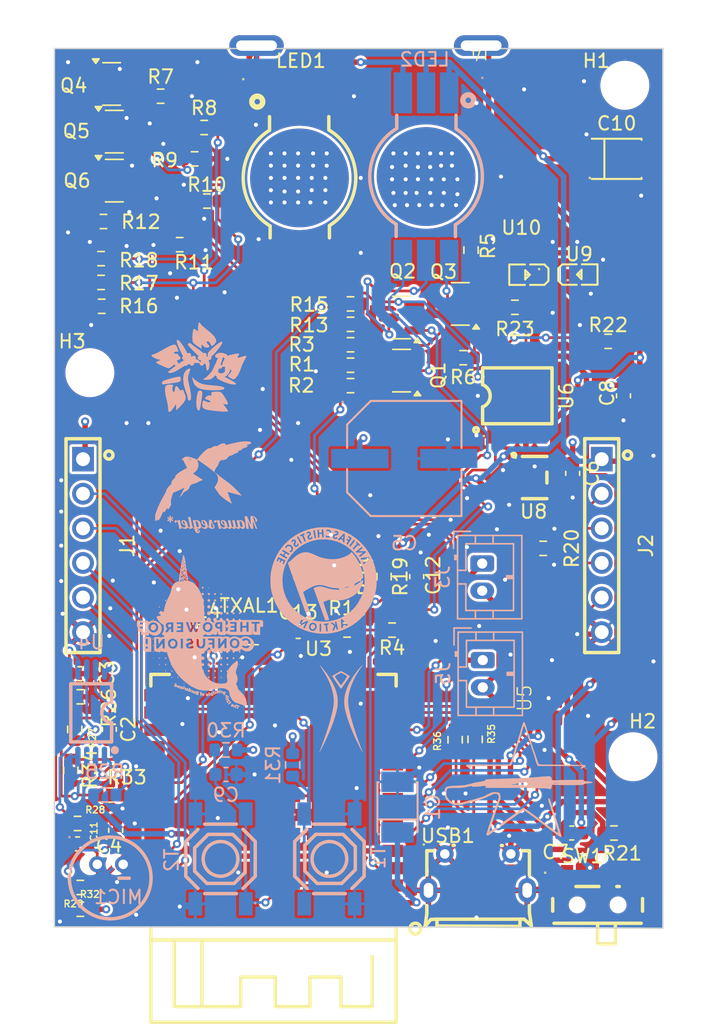
<source format=kicad_pcb>
(kicad_pcb (version 20240108) (generator "pcbnew") (generator_version "8.0")
  (layers (0 "F.Cu" signal) (1 "In1.Cu" power "GND") (2 "In2.Cu" power "VDD") (31 "B.Cu" signal) (34 "B.Paste" user) (35 "F.Paste" user) (36 "B.SilkS" user "B.Silkscreen") (37 "F.SilkS" user "F.Silkscreen") (38 "B.Mask" user) (39 "F.Mask" user) (44 "Edge.Cuts" user))
  (net 0 "")
  (net 1 "GND")
  (net 2 "VDD")
  (net 3 "Net-(Q1-G)")
  (net 4 "Net-(Q1-S)")
  (net 5 "Net-(Q1-D)")
  (net 6 "Net-(Q2-G)")
  (net 7 "Net-(Q2-S)")
  (net 8 "Net-(Q2-D)")
  (net 9 "Net-(Q3-G)")
  (net 10 "Net-(Q3-S)")
  (net 11 "Net-(Q3-D)")
  (net 12 "Net-(Q4-G)")
  (net 13 "Net-(Q4-S)")
  (net 14 "Net-(Q4-D)")
  (net 15 "Net-(Q5-G)")
  (net 16 "Net-(Q5-S)")
  (net 17 "Net-(Q5-D)")
  (net 18 "Net-(Q6-G)")
  (net 19 "Net-(Q6-S)")
  (net 20 "Net-(Q6-D)")
  (net 21 "Net-(U6-PROG)")
  (net 22 "Net-(U5-VDD)")
  (net 23 "/BAT-")
  (net 24 "/BAT+")
  (net 25 "/BLUE2")
  (net 26 "/GREEN2")
  (net 27 "/RED2")
  (net 28 "/RED1")
  (net 29 "/GREEN1")
  (net 30 "/BLUE1")
  (net 31 "Net-(U9-K)")
  (net 32 "Net-(U6-CHRG#)")
  (net 33 "Net-(U10-K)")
  (net 34 "Net-(U6-STDBY#)")
  (net 35 "/MIC")
  (net 48 "VBAT")
  (net 49 "CHARGE+")
  (net 50 "Net-(MIC1-+)")
  (net 51 "Net-(U4A-IN1-)")
  (net 52 "Net-(U4B-IN2-)")
  (net 53 "/BOOT")
  (net 54 "/USB-")
  (net 57 "/PIN9")
  (net 58 "/PIN8")
  (net 59 "/PIN7")
  (net 60 "/PIN6")
  (net 61 "Net-(U4B-OUT2)")
  (net 62 "/VDD_REF")
  (net 63 "/EN")
  (net 65 "/LED1")
  (net 66 "/LED2")
  (net 67 "Net-(C4-Pad1)")
  (net 68 "Net-(C11-Pad1)")
  (net 69 "/VBAT_MESS")
  (net 70 "Net-(USB1-D+)")
  (net 71 "Net-(USB1-D-)")
  (net 72 "/PIN37")
  (net 73 "/PIN36")
  (net 74 "/32_32khz")
  (net 75 "/33_32khz")
  (net 76 "/PIN25")
  (net 77 "/PIN26")
  (net 80 "/USB+")
  (footprint "Resistor_SMD:R_0603_1608Metric" (layer "F.Cu") (at 160.9 81.2 180)
    (property "Reference" "R20")
    (property "Value" "4k7")
  )
  (footprint "Crystal:Crystal_SMD_3215-2Pin_3.2x1.5mm" (layer "F.Cu") (at 139.3 87.4)
    (property "Reference" "TXAL1")
    (property "Value" "Q13FC1350000400")
  )
  (footprint "Package_TO_SOT_SMD:SOT-23" (layer "F.Cu") (at 154.8125 63.25 180)
    (property "Reference" "Q3")
    (property "Value" "IRLML6244")
  )
  (footprint "Library:SW-SMD_MK-12C02-G025" (layer "F.Cu") (at 164.9 106.929007)
    (property "Reference" "SW1")
    (property "Value" "MK-12C02-G025")
  )
  (footprint "Resistor_SMD:R_0603_1608Metric" (layer "F.Cu") (at 149.8 87.2 180)
    (property "Reference" "R4")
    (property "Value" "100")
  )
  (footprint "Resistor_SMD:R_0603_1608Metric" (layer "F.Cu") (at 146.75 69.25 180)
    (property "Reference" "R2")
    (property "Value" "100")
  )
  (footprint "Resistor_SMD:R_0603_1608Metric" (layer "F.Cu") (at 146.75 63.25 180)
    (property "Reference" "R15")
    (property "Value" "100k")
  )
  (footprint "Library:LED0603-RD_BLUE" (layer "F.Cu") (at 163.5 61.1)
    (property "Reference" "U9")
    (property "Value" "XL-1608UBC-04")
  )
  (footprint "Library:XB4908A" (layer "F.Cu") (at 161.29 92.202 90)
    (property "Reference" "U5")
    (property "Value" "XB4908A")
  )
  (footprint "Capacitor_SMD:C_0603_1608Metric" (layer "F.Cu") (at 129.032 94.488 -90)
    (property "Reference" "C2")
    (property "Value" "100pF optional")
  )
  (footprint "Resistor_SMD:R_0603_1608Metric" (layer "F.Cu") (at 126.2 97.5 90)
    (property "Reference" "R34")
    (property "Value" "10k")
  )
  (footprint "Resistor_SMD:R_0603_1608Metric" (layer "F.Cu") (at 135.3 52.6)
    (property "Reference" "R9")
    (property "Value" "1")
  )
  (footprint "Library:LED-SMD_XL-HD6070RGBC-A46L" (layer "F.Cu") (at 143 53.999873)
    (property "Reference" "LED1")
    (property "Value" "XL-HD6070RGBC-A46L")
  )
  (footprint "Resistor_SMD:R_0603_1608Metric" (layer "F.Cu") (at 165.675 66)
    (property "Reference" "R22")
    (property "Value" "1k")
  )
  (footprint "Capacitor_SMD:C_0603_1608Metric" (layer "F.Cu") (at 126.875 90.4)
    (property "Reference" "C3")
    (property "Value" "100nf")
  )
  (footprint "MountingHole:MountingHole_3.2mm_M3" (layer "F.Cu") (at 167.5 96.5)
    (property "Reference" "H2")
    (property "Value" "MountingHole")
  )
  (footprint "Capacitor_SMD:C_0603_1608Metric" (layer "F.Cu") (at 142.9 87.3)
    (property "Reference" "C13")
    (property "Value" "18pf")
  )
  (footprint "Resistor_SMD:R_0603_1608Metric" (layer "F.Cu") (at 146.5 87.2)
    (property "Reference" "R14")
    (property "Value" "100k")
  )
  (footprint "Library:HDR-TH_6P-P2.54-V-F" (layer "F.Cu") (at 165.2 81 -90)
    (property "Reference" "J2")
    (property "Value" "Conn_01x06_Socket")
  )
  (footprint "Package_TO_SOT_SMD:SOT-23" (layer "F.Cu") (at 129.2 47.1)
    (property "Reference" "Q4")
    (property "Value" "IRLML6244")
  )
  (footprint "Resistor_SMD:R_0603_1608Metric" (layer "F.Cu") (at 149.2125 83.275 -90)
    (property "Reference" "R19")
    (property "Value" "470k")
  )
  (footprint "Resistor_SMD:R_0603_1608Metric" (layer "F.Cu") (at 155.025 67.2 180)
    (property "Reference" "R6")
    (property "Value" "100")
  )
  (footprint "Capacitor_SMD:C_0603_1608Metric" (layer "F.Cu") (at 129.5 101.9 90)
    (property "Reference" "C11")
    (property "Value" "1uF")
  )
  (footprint "Library:MICRO-USB-SMD_MICROXNJ" (layer "F.Cu") (at 156.1 104.712243)
    (property "Reference" "USB1")
    (property "Value" "MICROXNJ")
  )
  (footprint "Capacitor_SMD:C_0603_1608Metric" (layer "F.Cu") (at 166.8 70 90)
    (property "Reference" "C8")
    (property "Value" "100nf")
  )
  (footprint "Package_TO_SOT_SMD:SOT-23" (layer "F.Cu") (at 129.4 50.6)
    (property "Reference" "Q5")
    (property "Value" "IRLML6244")
  )
  (footprint "Capacitor_SMD:C_0603_1608Metric" (layer "F.Cu") (at 135.7 87.3 180)
    (property "Reference" "C14")
    (property "Value" "18pf")
  )
  (footprint "Library:LED0603-RD_GREEN" (layer "F.Cu") (at 159.8 61.1 180)
    (property "Reference" "U10")
    (property "Value" "XL-1608SYGC-06")
  )
  (footprint "Package_TO_SOT_SMD:SOT-23" (layer "F.Cu") (at 150.5 68.15 180)
    (property "Reference" "Q1")
    (property "Value" "IRLML6244")
  )
  (footprint "Resistor_SMD:R_0603_1608Metric" (layer "F.Cu") (at 126.9 107.7 180)
    (property "Reference" "R32")
    (property "Value" "470R")
  )
  (footprint "Capacitor_SMD:C_0603_1608Metric" (layer "F.Cu") (at 151.6125 83.275 -90)
    (property "Reference" "C12")
    (property "Value" "100nF")
  )
  (footprint "Resistor_SMD:R_0603_1608Metric" (layer "F.Cu") (at 146.7025 83.275 90)
    (property "Reference" "R24")
    (property "Value" "470k")
  )
  (footprint "Resistor_SMD:R_0603_1608Metric" (layer "F.Cu") (at 132.8 48)
    (property "Reference" "R7")
    (property "Value" "1")
  )
  (footprint "Resistor_SMD:R_0603_1608Metric" (layer "F.Cu") (at 154.432 95.25 90)
    (property "Reference" "R36")
    (property "Value" "10")
  )
  (footprint "Library:ChargingNotches" (layer "F.Cu") (at 156.345054 44.284065 180)
    (property "Reference" "J4")
    (property "Value" "Charging Notches")
  )
  (footprint "Resistor_SMD:R_0603_1608Metric" (layer "F.Cu") (at 126.9 106.1)
    (property "Reference" "R29")
    (property "Value" "10k")
  )
  (footprint "Resistor_SMD:R_0603_1608Metric" (layer "F.Cu") (at 129.032 99.314)
    (property "Reference" "R33")
    (property "Value" "100k")
  )
  (footprint "Resistor_SMD:R_0603_1608Metric" (layer "F.Cu") (at 128.475 63.425)
    (property "Reference" "R16")
    (property "Value" "100k")
  )
  (footprint "Resistor_SMD:R_0603_1608Metric" (layer "F.Cu") (at 126.492 94.488 90)
    (property "Reference" "R27")
    (property "Value" "100k")
  )
  (footprint "Resistor_SMD:R_0603_1608Metric" (layer "F.Cu") (at 128.425 59.925)
    (property "Reference" "R18")
    (property "Value" "100k")
  )
  (footprint "Resistor_SMD:R_0603_1608Metric" (layer "F.Cu") (at 134.2 58.9 180)
    (property "Reference" "R11")
    (property "Value" "4")
  )
  (footprint "Resistor_SMD:R_0603_1608Metric" (layer "F.Cu") (at 146.75 67.75 180)
    (property "Reference" "R1")
    (property "Value" "4")
  )
  (footprint "Capacitor_SMD:C_0603_1608Metric" (layer "F.Cu") (at 163 102.1)
    (property "Reference" "C7")
    (property "Value" "0.1uF")
  )
  (footprint "Library:WIRELM-SMD_ESP32-S3-WROOM-1" (layer "F.Cu") (at 141.1 99.6 180)
    (property "Reference" "U3")
    (property "Value" "ESP32-S2-SOLO-2-N4")
  )
  (footprint "Capacitor_SMD:C_0603_1608Metric" (layer "F.Cu") (at 163.068 75.692 90)
    (property "Reference" "C6")
    (property "Value" "10uf")
  )
  (footprint "Resistor_SMD:R_0603_1608Metric" (layer "F.Cu") (at 146.75 66.25 180)
    (property "Reference" "R3")
    (property "Value" "1")
  )
  (footprint "Resistor_SMD:R_0603_1608Metric" (layer "F.Cu") (at 128.425 61.675)
    (property "Reference" "R17")
    (property "Value" "100k")
  )
  (footprint "Capacitor_SMD:C_0603_1608Metric" (layer "F.Cu") (at 126.7 102.9)
    (property "Reference" "C4")
    (property "Value" "470nF")
  )
  (footprint "Resistor_SMD:R_0603_1608Metric" (layer "F.Cu") (at 155.6 59.3 90)
    (property "Reference" "R5")
    (property "Value" "1")
  )
  (footprint "Resistor_SMD:R_0603_1608Metric" (layer "F.Cu") (at 166.1 102.1)
    (property "Reference" "R21")
    (property "Value" "1k")
  )
  (footprint "Library:CASE-B_3528" (layer "F.Cu") (at 166.3 52.6)
    (property "Reference" "C10")
    (property "Value" "100uf")
  )
  (footprint "Resistor_SMD:R_0603_1608Metric" (layer "F.Cu") (at 126.9 92.1 180)
    (property "Reference" "R26")
    (property "Value" "47k")
  )
  (footprint "Library:HDR-TH_6P-P2.54-V-F" (layer "F.Cu") (at 127.1 81 -90)
    (property "Reference" "J1")
    (property "Value" "Conn_01x06_Socket")
  )
  (footprint "Resistor_SMD:R_0603_1608Metric" (layer "F.Cu") (at 128.6 57.2)
    (property "Reference" "R12")
    (property "Value" "100")
  )
  (footprint "Resistor_SMD:R_0603_1608Metric" (layer "F.Cu") (at 158.825 63.5 180)
    (property "Reference" "R23")
    (property "Value" "1k")
  )
  (footprint "Library:SOT-23-5_L3.0-W1.7-P0.95-LS2.8-BR" (layer "F.Cu") (at 160.274 76 180)
    (property "Reference" "U8")
    (property "Value" "ME6217C33M5G")
  )
  (footprint "MountingHole:MountingHole_3.2mm_M3" (layer "F.Cu") (at 166.9 47.2)
    (property "Reference" "H1")
    (property "Value" "MountingHole")
  )
  (footprint "Package_TO_SOT_SMD:SOT-23" (layer "F.Cu") (at 129.4 54.2)
    (property "Reference" "Q6")
    (property "Value" "IRLML6244")
  )
  (footprint "Library:ESOP-8_L4.9-W3.9-P1.27-LS6.0-BL-EP" (layer "F.Cu") (at 159 70)
    (property "Reference" "U6")
    (property "Value" "TP4056_C725790")
  )
  (footprint "Resistor_SMD:R_0603_1608Metric" (layer "F.Cu") (at 126.7 101.4)
    (property "Reference" "R28")
    (property "Value" "10k")
  )
  (footprint "Resistor_SMD:R_0603_1608Metric" (layer "F.Cu") (at 136 50.3)
    (property "Reference" "R8")
    (property "Value" "100")
  )
  (footprint "Resistor_SMD:R_0603_1608Metric" (layer "F.Cu") (at 136.2 55.7)
    (property "Reference" "R10")
    (property "Value" "100")
  )
  (footprint "Resistor_SMD:R_0603_1608Metric" (layer "F.Cu") (at 146.75 64.75 180)
    (property "Reference" "R13")
    (property "Value" "100k")
  )
  (footprint "Resistor_SMD:R_0603_1608Metric" (layer "F.Cu") (at 155.9 95.225 90)
    (property "Reference" "R35")
    (property "Value" "10")
  )
  (footprint "Package_TO_SOT_SMD:SOT-23" (layer "F.Cu") (at 150.5 64.25 180)
    (property "Reference" "Q2")
    (property "Value" "IRLML6244")
  )
  (footprint "MountingHole:MountingHole_3.2mm_M3" (layer "F.Cu") (at 127.6 68.3)
    (property "Reference" "H3")
    (property "Value" "MountingHole")
  )
  (footprint "Library:CASE-B_3528" (layer "B.Cu") (at 150.2 100.2 90)
    (property "Reference" "C1")
    (property "Value" "100uf")
  )
  (footprint "Connector_JST:JST_PH_B2B-PH-K_1x02_P2.00mm_Vertical" (layer "B.Cu") (at 156.422 82.312 -90)
    (property "Reference" "J3")
    (property "Value" "Battery Connector")
  )
  (footprint "LOGO" (layer "B.Cu") (at 136.397125 76.431257 180)
    (property "Reference" "G***" (hide yes))
    (property "Value" "LOGO" (hide yes))
  )
  (footprint "Library:SW-SMD_4P-L5.1-W5.1-P3.70-LS6.5-TL-2" (layer "B.Cu") (at 145.2 104 -90)
    (property "Reference" "T1")
    (property "Value" "TS-1187A-B-A-B")
  )
  (footprint "Capacitor_SMD:C_0603_1608Metric" (layer "B.Cu") (at 137.6 97.8 180)
    (property "Reference" "C9")
    (property "Value" "1uf")
  )
  (footprint "Library:CAP-SMD_BD8.0-L8.3-W8.3-FD" (layer "B.Cu") (at 150.7 74.6)
    (property "Reference" "C5")
    (property "Value" "1000uf")
  )
  (footprint "LOGO" (layer "B.Cu") (at 146.05 92.964 180)
    (property "Reference" "G***" (hide yes))
    (property "Value" "LOGO" (hide yes))
  )
  (footprint "Resistor_SMD:R_0603_1608Metric" (layer "B.Cu") (at 142.5 97.1 -90)
    (property "Reference" "R31")
    (property "Value" "100k")
  )
  (footprint "Library:LED-SMD_XL-HD6070RGBC-A46L" (layer "B.Cu") (at 152.3 53.9 180)
    (property "Reference" "LED2")
    (property "Value" "XL-HD6070RGBC-A46L")
  )
  (footprint "Library:TSSOP-8_L4.4-W3.0-P0.65-LS6.4-BL-2" (layer "B.Cu") (at 127.7 93.3 180)
    (property "Reference" "U4")
    (property "Value" "TLV9002IDR")
  )
  (footprint "Resistor_SMD:R_0603_1608Metric" (layer "B.Cu") (at 128.7 99.3)
    (property "Reference" "R25")
    (property "Value" "100k")
  )
  (footprint "LOGO" (layer "B.Cu") (at 135.7 87.3 180)
    (property "Reference" "G***" (hide yes))
    (property "Value" "LOGO" (hide yes))
  )
  (footprint "Library:MIC-TH_BD6.0_B6027AP383-056" (layer "B.Cu") (at 129.098038 104.4 180)
    (property "Reference" "MIC1")
    (property "Value" "B4013AM423-093")
  )
  (footprint "badge:artwork" (layer "B.Cu") (at 170.215528 90.89575 180)
    (property "Reference" "LOGO102" (hide yes))
    (property "Value" "Logo_Open_Hardware_Large" (hide yes))
  )
  (footprint "Resistor_SMD:R_0603_1608Metric" (layer "B.Cu") (at 137.6 96 180)
    (property "Reference" "R30")
    (property "Value" "100k")
  )
  (footprint "Connector_JST:JST_PH_B2B-PH-K_1x02_P2.00mm_Vertical" (layer "B.Cu") (at 156.464 89.408 -90)
    (property "Reference" "J5")
    (property "Value" "Battery Connector")
  )
  (footprint "LOGO" (layer "B.Cu") (at 144.78 83.566 180)
    (property "Reference" "G***")
    (property "Value" "LOGO" (hide yes))
  )
  (footprint "Library:SW-SMD_4P-L5.1-W5.1-P3.70-LS6.5-TL-2" (layer "B.Cu") (at 137.2 104 90)
    (property "Reference" "T2")
    (property "Value" "TS-1187A-B-A-B")
  )
  (footprint "LOGO" (layer "B.Cu") (at 135.636 67.818 180)
    (property "Reference" "G***")
    (property "Value" "LOGO" (hide yes))
  )
  (gr_line (start 125 44.5) (end 169.7 44.499923) (stroke (width 0.1)) (layer "Edge.Cuts"))
  (gr_line (start 137.1 109) (end 154 109) (stroke (width 0.1)) (layer "Edge.Cuts"))
  (gr_line (start 169.7 44.499923) (end 169.7 109.1) (stroke (width 0.1)) (layer "Edge.Cuts"))
  (gr_line (start 125 109) (end 125 44.5) (stroke (width 0.1)) (layer "Edge.Cuts"))
  (gr_line (start 169.7 109.1) (end 154 109) (stroke (width 0.1)) (layer "Edge.Cuts"))
  (gr_line (start 134 109) (end 137.1 109) (stroke (width 0.1)) (layer "Edge.Cuts"))
  (gr_line (start 134 109) (end 125 109) (stroke (width 0.1)) (layer "Edge.Cuts"))
  (segment (start 158.973898 76) (end 158.1 76) (width 0.4) (layer "F.Cu") (net 1))
  (segment (start 166.8 71.799996) (end 166.800004 71.8) (width 0.4) (layer "F.Cu") (net 1))
  (segment (start 127.7 64.7) (end 127.7 64.8) (width 0.4) (layer "F.Cu") (net 1))
  (segment (start 159.635001 74.037001) (end 160.274 74.676) (width 0.4) (layer "F.Cu") (net 1))
  (segment (start 127.65 64.65) (end 127.65 63.425) (width 0.4) (layer "F.Cu") (net 1))
  (segment (start 151.6125 81.7875) (end 151.9 81.5) (width 0.4) (layer "F.Cu") (net 1))
  (segment (start 146.7025 82.45) (end 145.55 82.45) (width 0.4) (layer "F.Cu") (net 1))
  (segment (start 145.925 67.75) (end 145.925 66.25) (width 0.4) (layer "F.Cu") (net 1))
  (segment (start 139.308284 49.608284) (end 139.308284 45.06177) (width 0.4) (layer "F.Cu") (net 1))
  (segment (start 144.000178 99.374829) (end 144.000178 102.17493) (width 0.2) (layer "F.Cu") (net 1))
  (segment (start 159.635001 72.908306) (end 159.635001 74.037001) (width 0.4) (layer "F.Cu") (net 1))
  (segment (start 142.600127 99.374829) (end 142.600127 102.17493) (width 0.2) (layer "F.Cu") (net 1))
  (segment (start 141.200076 99.374829) (end 141.200076 102.17493) (width 0.2) (layer "F.Cu") (net 1))
  (segment (start 145.675 87.2) (end 145.675 85.825) (width 0.4) (layer "F.Cu") (net 1))
  (segment (start 151.6125 82.5) (end 151.6125 81.7875) (width 0.4) (layer "F.Cu") (net 1))
  (segment (start 157.399975 103.115774) (end 157.584226 103.115774) (width 0.4) (layer "F.Cu") (net 1))
  (segment (start 166.8 70.775) (end 166.8 71.799996) (width 0.4) (layer "F.Cu") (net 1))
  (segment (start 133.625 48) (end 135.1 48) (width 0.4) (layer "F.Cu") (net 1))
  (segment (start 159.724841 106.30856) (end 161.033909 106.30856) (width 0.4) (layer "F.Cu") (net 1))
  (segment (start 134.925 87.3) (end 134.925 85.925) (width 0.4) (layer "F.Cu") (net 1))
  (segment (start 158.524943 103.638253) (end 158.524943 102.424943) (width 0.4) (layer "F.Cu") (net 1))
  (segment (start 158.69144 106.30856) (end 158 107) (width 0.4) (layer "F.Cu") (net 1))
  (segment (start 132.3 58.9) (end 132.275 58.925) (width 0.4) (layer "F.Cu") (net 1))
  (segment (start 157.094996 72.908306) (end 156.008306 72.908306) (width 0.4) (layer "F.Cu") (net 1))
  (segment (start 132.349936 108.494971) (end 131.394971 108.494971) (width 0.4) (layer "F.Cu") (net 1))
  (segment (start 159.724841 106.30856) (end 158.69144 106.30856) (width 0.4) (layer "F.Cu") (net 1))
  (segment (start 144.65 67.75) (end 144.2 68.2) (width 0.4) (layer "F.Cu") (net 1))
  (segment (start 165.2 87.350013) (end 165.050013 87.5) (width 0.4) (layer "F.Cu") (net 1))
  (segment (start 127.65 64.65) (end 127.7 64.7) (width 0.4) (layer "F.Cu") (net 1))
  (segment (start 127.65 63.425) (end 127.6 63.375) (width 0.4) (layer "F.Cu") (net 1))
  (segment (start 147.575 64.75) (end 147.575 63.25) (width 0.4) (layer "F.Cu") (net 1))
  (segment (start 161.544 90.4195) (end 161.544 89.408) (width 0.4) (layer "F.Cu") (net 1))
  (segment (start 157.584226 103.115774) (end 158.4 102.3) (width 0.4) (layer "F.Cu") (net 1))
  (segment (start 158.1 76) (end 157.947975 75.847975) (width 0.4) (layer "F.Cu") (net 1))
  (segment (start 141.200076 100.774879) (end 146.974879 100.774879) (width 0.2) (layer "F.Cu") (net 1))
  (segment (start 127.6 59.925) (end 127.6 58.700012) (width 0.4) (layer "F.Cu") (net 1))
  (segment (start 159 70) (end 156.1 70) (width 0.4) (layer "F.Cu") (net 1))
  (segment (start 129.5 100.8) (end 130 100.3) (width 0.4) (layer "F.Cu") (net 1))
  (segment (start 146.075 66.25) (end 147.575 64.75) (width 0.4) (layer "F.Cu") (net 1))
  (segment (start 157.094996 72.908306) (end 157.094996 72.205004) (width 0.4) (layer "F.Cu") (net 1))
  (segment (start 139.308284 45.06177) (end 139.845054 44.525) (width 0.4) (layer "F.Cu") (net 1))
  (segment (start 131.394971 108.494971) (end 131 108.1) (width 0.4) (layer "F.Cu") (net 1))
  (segment (start 145.925 66.25) (end 146.075 66.25) (width 0.4) (layer "F.Cu") (net 1))
  (segment (start 160.7535 90.702) (end 161.8265 90.702) (width 0.4) (layer "F.Cu") (net 1))
  (segment (start 165.050013 87.5) (end 163.4 87.5) (width 0.4) (layer "F.Cu") (net 1))
  (segment (start 161.725 81.2) (end 161.725 79.756) (width 0.4) (layer "F.Cu") (net 1))
  (segment (start 157.094996 72.205004) (end 158.45 70.85) (width 0.4) (layer "F.Cu") (net 1))
  (segment (start 158.524943 102.424943) (end 158.4 102.3) (width 0.4) (layer "F.Cu") (net 1))
  (segment (start 145.675 85.825) (end 145.7 85.8) (width 0.4) (layer "F.Cu") (net 1))
  (segment (start 141.200076 102.17493) (end 144.000178 102.17493) (width 0.2) (layer "F.Cu") (net 1))
  (segment (start 163.068 76.467) (end 163.068 77.47) (width 0.4) (layer "F.Cu") (net 1))
  (segment (start 160.274 74.676) (end 160.274 75.184) (width 0.4) (layer "F.Cu") (net 1))
  (segment (start 134.925 85.925) (end 134.7 85.7) (width 0.4) (layer "F.Cu") (net 1))
  (segment (start 157.2 58.475) (end 155.6 58.475) (width 0.4) (layer "F.Cu") (net 1))
  (segment (start 143.675 87.3) (end 143.675 86) (width 0.4) (layer "F.Cu") (net 1))
  (segment (start 151.6725 82.45) (end 151.7225 82.5) (width 0.2) (layer "F.Cu") (net 1))
  (segment (start 136.125 52.6) (end 137.70001 52.6) (width 0.4) (layer "F.Cu") (net 1))
  (segment (start 161.725 82.375) (end 161.7 82.4) (width 0.4) (layer "F.Cu") (net 1))
  (segment (start 145.925 67.75) (end 144.65 67.75) (width 0.4) (layer "F.Cu") (net 1))
  (segment (start 129.5 101.125) (end 129.5 100.8) (width 0.4) (layer "F.Cu") (net 1))
  (segment (start 156.008306 72.908306) (end 156 72.9) (width 0.4) (layer "F.Cu") (net 1))
  (segment (start 127.6 58.700012) (end 127.599988 58.7) (width 0.4) (layer "F.Cu") (net 1))
  (segment (start 139.8 50.1) (end 139.308284 49.608284) (width 0.4) (layer "F.Cu") (net 1))
  (segment (start 127.6 63.375) (end 127.6 61.675) (width 0.4) (layer "F.Cu") (net 1))
  (segment (start 145.55 82.45) (end 145.549998 82.450002) (width 0.4) (layer "F.Cu") (net 1))
  (segment (start 161.8265 90.702) (end 161.544 90.4195) (width 0.4) (layer "F.Cu") (net 1))
  (segment (start 157.947975 75.847975) (end 157.947975 75.451975) (width 0.4) (layer "F.Cu") (net 1))
  (segment (start 127.6 61.675) (end 127.6 59.925) (width 0.4) (layer "F.Cu") (net 1))
  (segment (start 133.375 58.9) (end 132.3 58.9) (width 0.4) (layer "F.Cu") (net 1))
  (segment (start 161.725 81.2) (end 161.725 82.375) (width 0.4) (layer "F.Cu") (net 1))
  (segment (start 144.000178 99.374829) (end 141.200076 99.374829) (width 0.2) (layer "F.Cu") (net 1))
  (segment (start 161.033909 106.30856) (end 161.100025 106.242444) (width 0.4) (layer "F.Cu") (net 1))
  (via (at 145.7 85.8) (size 0.6) (drill 0.3) (layers "F.Cu" "B.Cu") (net 1))
  (via (at 161.544 89.408) (size 0.6) (drill 0.3) (layers "F.Cu" "B.Cu") (net 1))
  (via (at 134 62.8) (size 0.6) (drill 0.3) (layers "F.Cu" "B.Cu") (net 1))
  (via (at 147 48) (size 0.6) (drill 0.3) (layers "F.Cu" "B.Cu") (net 1))
  (via (at 137.5 62.4) (size 0.6) (drill 0.3) (layers "F.Cu" "B.Cu") (net 1))
  (via (at 125.5 83.6) (size 0.6) (drill 0.3) (layers "F.Cu" "B.Cu") (net 1))
  (via (at 140.1 72.5) (size 0.6) (drill 0.3) (layers "F.Cu" "B.Cu") (net 1))
  (via (at 141.2 94.2) (size 0.6) (drill 0.3) (layers "F.Cu" "B.Cu") (net 1))
  (via (at 142.4 74.7) (size 0.6) (drill 0.3) (layers "F.Cu" "B.Cu") (net 1))
  (via (at 131 108.1) (size 0.6) (drill 0.3) (layers "F.Cu" "B.Cu") (net 1))
  (via (at 168.1 55.3) (size 0.6) (drill 0.3) (layers "F.Cu" "B.Cu") (net 1))
  (via (at 134.7 85.7) (size 0.6) (drill 0.3) (layers "F.Cu" "B.Cu") (net 1))
  (via (at 130.9 101.4) (size 0.6) (drill 0.3) (layers "F.Cu" "B.Cu") (net 1))
  (via (at 131 97.2) (size 0.6) (drill 0.3) (layers "F.Cu" "B.Cu") (net 1))
  (via (at 151.8 97.3) (size 0.6) (drill 0.3) (layers "F.Cu" "B.Cu") (net 1))
  (via (at 147.2 98.8) (size 0.6) (drill 0.3) (layers "F.Cu" "B.Cu") (net 1))
  (via (at 157.8 53.9) (size 0.6) (drill 0.3) (layers "F.Cu" "B.Cu") (net 1))
  (via (at 164.084 50.8) (size 0.6) (drill 0.3) (layers "F.Cu" "B.Cu") (net 1))
  (via (at 166.800004 71.8) (size 0.6) (drill 0.3) (layers "F.Cu" "B.Cu") (net 1))
  (via (at 132 50) (size 0.6) (drill 0.3) (layers "F.Cu" "B.Cu") (net 1))
  (via (at 130.5 56.5) (size 0.6) (drill 0.3) (layers "F.Cu" "B.Cu") (net 1))
  (via (at 161.725 79.756) (size 0.6) (drill 0.3) (layers "F.Cu" "B.Cu") (net 1))
  (via (at 163.9 46.9) (size 0.6) (drill 0.3) (layers "F.Cu" "B.Cu") (net 1))
  (via (at 140 58.5) (size 0.6) (drill 0.3) (layers "F.Cu" "B.Cu") (net 1))
  (via (at 146.7 88.8) (size 0.6) (drill 0.3) (layers "F.Cu" "B.Cu") (net 1))
  (via (at 126.849752 97.6046) (size 0.6) (drill 0.3) (layers "F.Cu" "B.Cu") (net 1))
  (via (at 161.3 92.2) (size 0.6) (drill 0.3) (layers "F.Cu" "B.Cu") (net 1))
  (via (at 130.3 49.6) (size 0.6) (drill 0.3) (layers "F.Cu" "B.Cu") (net 1))
  (via (at 163.4 58.7) (size 0.6) (drill 0.3) (layers "F.Cu" "B.Cu") (net 1))
  (via (at 133.5 61) (size 0.6) (drill 0.3) (layers "F.Cu" "B.Cu") (net 1))
  (via (at 134.8 92.2) (size 0.6) (drill 0.3) (layers "F.Cu" "B.Cu") (net 1))
  (via (at 147.5 54) (size 0.6) (drill 0.3) (layers "F.Cu" "B.Cu") (net 1))
  (via (at 153.6 99.2) (size 0.6) (drill 0.3) (layers "F.Cu" "B.Cu") (net 1))
  (via (at 127.7 64.8) (size 0.6) (drill 0.3) (layers "F.Cu" "B.Cu") (net 1))
  (via (at 125.5 78.5) (size 0.6) (drill 0.3) (layers "F.Cu" "B.Cu") (net 1))
  (via (at 156.1 70) (size 0.6) (drill 0.3) (layers "F.Cu" "B.Cu") (net 1))
  (via (at 158.1 83.5) (size 0.6) (drill 0.3) (layers "F.Cu" "B.Cu") (net 1))
  (via (at 130.3 59) (size 0.6) (drill 0.3) (layers "F.Cu" "B.Cu") (net 1))
  (via (at 156 48.5) (size 0.6) (drill 0.3) (layers "F.Cu" "B.Cu") (net 1))
  (via (at 138.5 105) (size 0.6) (drill 0.3) (layers "F.Cu" "B.Cu") (net 1))
  (via (at 139.8 50.1) (size 0.6) (drill 0.3) (layers "F.Cu" "B.Cu") (net 1))
  (via (at 132.3 83.7) (size 0.6) (drill 0.3) (layers "F.Cu" "B.Cu") (net 1))
  (via (at 156.2 86.9) (size 0.6) (drill 0.3) (layers "F.Cu" "B.Cu") (net 1))
  (via (at 158.4 102.3) (size 0.6) (drill 0.3) (layers "F.Cu" "B.Cu") (net 1))
  (via (at 134.4 94.1) (size 0.6) (drill 0.3) (layers "F.Cu" "B.Cu") (net 1))
  (via (at 134.5 54.5) (size 0.6) (drill 0.3) (layers "F.Cu" "B.Cu") (net 1))
  (via (at 157.2 58.475) (size 0.6) (drill 0.3) (layers "F.Cu" "B.Cu") (net 1))
  (via (at 161.6 63.9) (size 0.6) (drill 0.3) (layers "F.Cu" "B.Cu") (net 1))
  (via (at 163.068 77.47) (size 0.6) (drill 0.3) (layers "F.Cu" "B.Cu") (net 1))
  (via (at 129.6 105.7) (size 0.6) (drill 0.3) (layers "F.Cu" "B.Cu") (net 1))
  (via (at 153.9 101.7) (size 0.6) (drill 0.3) (layers "F.Cu" "B.Cu") (net 1))
  (via (at 143.1 89.1) (size 0.6) (drill 0.3) (layers "F.Cu" "B.Cu") (net 1))
  (via (at 153 88) (size 0.6) (drill 0.3) (layers "F.Cu" "B.Cu") (net 1))
  (via (at 145.549998 82.450002) (size 0.6) (drill 0.3) (layers "F.Cu" "B.Cu") (net 1))
  (via (at 169 74.4) (size 0.6) (drill 0.3) (layers "F.Cu" "B.Cu") (net 1))
  (via (at 163.6 64.8) (size 0.6) (drill 0.3) (layers "F.Cu" "B.Cu") (net 1))
  (via (at 144.2 68.2) (size 0.6) (drill 0.3) (layers "F.Cu" "B.Cu") (net 1))
  (via (at 126 58) (size 0.6) (drill 0.3) (layers "F.Cu" "B.Cu") (net 1))
  (via (at 130.3 72) (size 0.6) (drill 0.3) (layers "F.Cu" "B.Cu") (net 1))
  (via (at 157.947975 75.451975) (size 0.6) (drill 0.3) (layers "F.Cu" "B.Cu") (net 1))
  (via (at 155.3 81.1) (size 0.6) (drill 0.3) (layers "F.Cu" "B.Cu") (net 1))
  (via (at 143.675 86) (size 0.6) (drill 0.3) (layers "F.Cu" "B.Cu") (net 1))
  (via (at 164.4 62.5) (size 0.6) (drill 0.3) (layers "F.Cu" "B.Cu") (net 1))
  (via (at 135.5 45.5) (size 0.6) (drill 0.3) (layers "F.Cu" "B.Cu") (net 1))
  (via (at 132.8 79.9) (size 0.6) (drill 0.3) (layers "F.Cu" "B.Cu") (net 1))
  (via (at 125.5 76.2) (size 0.6) (drill 0.3) (layers "F.Cu" "B.Cu") (net 1))
  (via (at 136.851992 85.596537) (size 0.6) (drill 0.3) (layers "F.Cu" "B.Cu") (net 1))
  (via (at 161 96) (size 0.6) (drill 0.3) (layers "F.Cu" "B.Cu") (net 1))
  (via (at 147.5 92.6) (size 0.6) (drill 0.3) (layers "F.Cu" "B.Cu") (net 1))
  (via (at 140.3 69.5) (size 0.6) (drill 0.3) (layers "F.Cu" "B.Cu") (net 1))
  (via (at 153.9 73.2) (size 0.6) (drill 0.3) (layers "F.Cu" "B.Cu") (net 1))
  (via (at 136.1 59.3) (size 0.6) (drill 0.3) (layers "F.Cu" "B.Cu") (net 1))
  (via (at 158.5 89) (size 0.6) (drill 0.3) (layers "F.Cu" "B.Cu") (net 1))
  (via (at 157.5 79.8) (size 0.6) (drill 0.3) (layers "F.Cu" "B.Cu") (net 1))
  (via (at 169 89.5) (size 0.6) (drill 0.3) (layers "F.Cu" "B.Cu") (net 1))
  (via (at 126 45.5) (size 0.6) (drill 0.3) (layers "F.Cu" "B.Cu") (net 1))
  (via (at 148.2 77.3) (size 0.6) (drill 0.3) (layers "F.Cu" "B.Cu") (net 1))
  (via (at 138.8 89.2) (size 0.6) (drill 0.3) (layers "F.Cu" "B.Cu") (net 1))
  (via (at 132.275 58.925) (size 0.6) (drill 0.3) (layers "F.Cu" "B.Cu") (net 1))
  (via (at 164.2 93.5) (size 0.6) (drill 0.3) (layers "F.Cu" "B.Cu") (net 1))
  (via (at 131.9 72) (size 0.6) (drill 0.3) (layers "F.Cu" "B.Cu") (net 1))
  (via (at 151.9 81.5) (size 0.6) (drill 0.3) (layers "F.Cu" "B.Cu") (net 1))
  (via (at 125.4 108.6) (size 0.6) (drill 0.3) (layers "F.Cu" "B.Cu") (net 1))
  (via (at 127.599988 58.7) (size 0.6) (drill 0.3) (layers "F.Cu" "B.Cu") (net 1))
  (via (at 156 108.3) (size 0.6) (drill 0.3) (layers "F.Cu" "B.Cu") (net 1))
  (via (at 125.6 86) (size 0.6) (drill 0.3) (layers "F.Cu" "B.Cu") (net 1))
  (via (at 137 101) (size 0.6) (drill 0.3) (layers "F.Cu" "B.Cu") (net 1))
  (via (at 155.2 99.2) (size 0.6) (drill 0.3) (layers "F.Cu" "B.Cu") (net 1))
  (via (at 147.5 59.5) (size 0.6) (drill 0.3) (layers "F.Cu" "B.Cu") (net 1))
  (via (at 159.5 47.5) (size 0.6) (drill 0.3) (layers "F.Cu" "B.Cu") (net 1))
  (via (at 129.032 87.63) (size 0.6) (drill 0.3) (layers "F.Cu" "B.Cu") (net 1))
  (via (at 148.8 80.3) (size 0.6) (drill 0.3) (layers "F.Cu" "B.Cu") (net 1))
  (via (at 163.4 87.5) (size 0.6) (drill 0.3) (layers "F.Cu" "B.Cu") (net 1))
  (via (at 130 100.3) (size 0.6) (drill 0.3) (layers "F.Cu" "B.Cu") (net 1))
  (via (at 161.7 82.4) (size 0.6) (drill 0.3) (layers "F.Cu" "B.Cu") (net 1))
  (via (at 155.312053 77.515356) (size 0.6) (drill 0.3) (layers "F.Cu" "B.Cu") (net 1))
  (via (at 154.1 79.1) (size 0.6) (drill 0.3) (layers "F.Cu" "B.Cu") (net 1))
  (via (at 129.1 85.6) (size 0.6) (drill 0.3) (layers "F.Cu" "B.Cu") (net 1))
  (via (at 158.4 78) (size 0.6) (drill 0.3) (layers "F.Cu" "B.Cu") (net 1))
  (via (at 137.1 94.7) (size 0.6) (drill 0.3) (layers "F.Cu" "B.Cu") (net 1))
  (via (at 132.5 55.5) (size 0.6) (drill 0.3) (layers "F.Cu" "B.Cu") (net 1))
  (via (at 160.8 100.1) (size 0.6) (drill 0.3) (layers "F.Cu" "B.Cu") (net 1))
  (via (at 139.7 97.8) (size 0.6) (drill 0.3) (layers "F.Cu" "B.Cu") (net 1))
  (via (at 129.8 46) (size 0.6) (drill 0.3) (layers "F.Cu" "B.Cu") (net 1))
  (via (at 135.1 48) (size 0.6) (drill 0.3) (layers "F.Cu" "B.Cu") (net 1))
  (via (at 133 51.5) (size 0.6) (drill 0.3) (layers "F.Cu" "B.Cu") (net 1))
  (via (at 142.9 72) (size 0.6) (drill 0.3) (layers "F.Cu" "B.Cu") (net 1))
  (via (at 134.2 107.5) (size 0.6) (drill 0.3) (layers "F.Cu" "B.Cu") (net 1))
  (via (at 137.70001 52.6) (size 0.6) (drill 0.3) (layers "F.Cu" "B.Cu") (net 1))
  (via (at 130.7 53.1) (size 0.6) (drill 0.3) (layers "F.Cu" "B.Cu") (net 1))
  (via (at 125.5 81) (size 0.6) (drill 0.3) (layers "F.Cu" "B.Cu") (net 1))
  (via (at 152.5 80.2) (size 0.6) (drill 0.3) (layers "F.Cu" "B.Cu") (net 1))
  (via (at 161.6 58.7) (size 0.6) (drill 0.3) (layers "F.Cu" "B.Cu") (net 1))
  (via (at 145.3 80.2) (size 0.6) (drill 0.3) (layers "F.Cu" "B.Cu") (net 1))
  (via (at 129.286 83.566) (size 0.6) (drill 0.3) (layers "F.Cu" "B.Cu") (net 1))
  (via (at 165.3 60) (size 0.6) (drill 0.3) (layers "F.Cu" "B.Cu") (net 1))
  (via (at 160.274 75.184) (size 0.6) (drill 0.3) (layers "F.Cu" "B.Cu") (net 1))
  (via (at 156 72.9) (size 0.6) (drill 0.3) (layers "F.Cu" "B.Cu") (net 1))
  (via (at 145 105) (size 0.6) (drill 0.3) (layers "F.Cu" "B.Cu") (net 1))
  (via (at 136 57) (size 0.6) (drill 0.3) (layers "F.Cu" "B.Cu") (net 1))
  (via (at 134.2 81.4) (size 0.6) (drill 0.3) (layers "F.Cu" "B.Cu") (net 1))
  (segment (start 147.2 100.300001) (end 147.2 98.8) (width 0.4) (layer "B.Cu") (net 1))
  (segment (start 150.760554 98.339446) (end 151.7 97.4) (width 0.4) (layer "B.Cu") (net 1))
  (segment (start 135.349784 107.499975) (end 134.200025 107.499975) (width 0.4) (layer "B.Cu") (net 1))
  (segment (start 138.375 97.8) (end 139.7 97.8) (width 0.4) (layer "B.Cu") (net 1))
  (segment (start 130.048 105.252) (end 129.6 105.7) (width 0.2) (layer "B.Cu") (net 1))
  (segment (start 153.967209 74.6) (end 153.967209 73.267209) (width 0.4) (layer "B.Cu") (net 1))
  (segment (start 127.379987 87.63) (end 127.1 87.350013) (width 0.4) (layer "B.Cu") (net 1))
  (segment (start 150.2 98.339446) (end 150.760554 98.339446) (width 0.4) (layer "B.Cu") (net 1))
  (segment (start 129.032 87.63) (end 127.379987 87.63) (width 0.4) (layer "B.Cu") (net 1))
  (segment (start 126.724511 97.479359) (end 126.724511 96.500406) (width 0.4) (layer "B.Cu") (net 1))
  (segment (start 146.925096 100.574905) (end 147.2 100.300001) (width 0.4) (layer "B.Cu") (net 1))
  (segment (start 155.975 108.275) (end 156 108.3) (width 0.4) (layer "B.Cu") (net 1))
  (segment (start 153.967209 73.267209) (end 153.9 73.2) (width 0.4) (layer "B.Cu") (net 1))
  (segment (start 126.849752 97.6046) (end 126.724511 97.479359) (width 0.4) (layer "B.Cu") (net 1))
  (segment (start 130.048 104.4) (end 130.048 105.252) (width 0.2) (layer "B.Cu") (net 1))
  (segment (start 134.200025 107.499975) (end 134.2 107.5) (width 0.4) (layer "B.Cu") (net 1))
  (segment (start 163.068 74.917) (end 163.068 73.406) (width 0.4) (layer "F.Cu") (net 2))
  (segment (start 162.934962 75.050038) (end 163.068 74.917) (width 0.4) (layer "F.Cu") (net 2))
  (segment (start 127.725 107.7) (end 128.8 107.7) (width 0.4) (layer "F.Cu") (net 2))
  (segment (start 165.9 69.225) (end 166.8 69.225) (width 0.4) (layer "F.Cu") (net 2))
  (segment (start 127.1 74.649987) (end 127.254 74.495987) (width 0.4) (layer "F.Cu") (net 2))
  (segment (start 129.857 99.314) (end 129.857 98.015442) (width 0.4) (layer "F.Cu") (net 2))
  (segment (start 127.254 74.495987) (end 127.254 71.882) (width 0.4) (layer "F.Cu") (net 2))
  (segment (start 161.574102 75.050038) (end 162.934962 75.050038) (width 0.4) (layer "F.Cu") (net 2))
  (segment (start 129.857 98.015442) (end 129.688946 97.847388) (width 0.4) (layer "F.Cu") (net 2))
  (segment (start 149.850064 107.224968) (end 151.575032 107.224968) (width 0.4) (layer "F.Cu") (net 2))
  (segment (start 151.575032 107.224968) (end 151.6 107.2) (width 0.4) (layer "F.Cu") (net 2))
  (via (at 129.688946 97.847388) (size 0.6) (drill 0.3) (layers "F.Cu" "B.Cu") (net 2))
  (via (at 129.340271 89.993229) (size 0.6) (drill 0.3) (layers "F.Cu" "B.Cu") (net 2))
  (via (at 165.9 69.225) (size 0.6) (drill 0.3) (layers "F.Cu" "B.Cu") (net 2))
  (via (at 151.6 107.2) (size 0.6) (drill 0.3) (layers "F.Cu" "B.Cu") (net 2))
  (via (at 139.6 96) (size 0.6) (drill 0.3) (layers "F.Cu" "B.Cu") (net 2))
  (via (at 128.8 107.7) (size 0.6) (drill 0.3) (layers "F.Cu" "B.Cu") (net 2))
  (via (at 127.254 71.882) (size 0.6) (drill 0.3) (layers "F.Cu" "B.Cu") (net 2))
  (via (at 147.7 73.1) (size 0.6) (drill 0.3) (layers "F.Cu" "B.Cu") (net 2))
  (via (at 142.5 95) (size 0.6) (drill 0.3) (layers "F.Cu" "B.Cu") (net 2))
  (via (at 163.068 73.406) (size 0.6) (drill 0.3) (layers "F.Cu" "B.Cu") (net 2))
  (segment (start 128.675235 90.099594) (end 129.233906 90.099594) (width 0.4) (layer "B.Cu") (net 2))
  (segment (start 142.5 96.275) (end 142.5 95) (width 0.4) (layer "B.Cu") (net 2))
  (segment (start 150.2 102.060554) (end 150.2 105.8) (width 0.4) (layer "B.Cu") (net 2))
  (segment (start 129.233906 90.099594) (end 129.340271 89.993229) (width 0.4) (layer "B.Cu") (net 2))
  (segment (start 138.425 96) (end 139.6 96) (width 0.4) (layer "B.Cu") (net 2))
  (segment (start 147.432791 74.6) (end 147.432791 73.367209) (width 0.4) (layer "B.Cu") (net 2))
  (segment (start 150.2 105.8) (end 151.6 107.2) (width 0.4) (layer "B.Cu") (net 2))
  (segment (start 147.432791 73.367209) (end 147.7 73.1) (width 0.4) (layer "B.Cu") (net 2))
  (segment (start 147.575 69.25) (end 150.8875 69.25) (width 0.2) (layer "F.Cu") (net 3))
  (segment (start 147.575 67.75) (end 148.125 67.2) (width 0.2) (layer "F.Cu") (net 4))
  (segment (start 148.125 67.2) (end 151.4375 67.2) (width 0.2) (layer "F.Cu") (net 4))
  (segment (start 152.5 68.15) (end 149.5625 68.15) (width 0.2) (layer "F.Cu") (net 5))
  (via (at 152.5 68.15) (size 0.6) (drill 0.3) (layers "F.Cu" "B.Cu") (net 5))
  (segment (start 150.599975 60.049987) (end 150.599975 61.900025) (width 0.2) (layer "B.Cu") (net 5))
  (segment (start 149.6 62.9) (end 149.6 63.6) (width 0.2) (layer "B.Cu") (net 5))
  (segment (start 149.6 63.6) (end 152.5 66.5) (width 0.2) (layer "B.Cu") (net 5))
  (segment (start 150.599975 61.900025) (end 149.6 62.9) (width 0.2) (layer "B.Cu") (net 5))
  (segment (start 152.5 66.5) (end 152.5 68.15) (width 0.2) (layer "B.Cu") (net 5))
  (segment (start 152.9 85.7) (end 152.125 85.7) (width 0.2) (layer "F.Cu") (net 6))
  (segment (start 155.031 75.666852) (end 156.32899 74.368862) (width 0.2) (layer "F.Cu") (net 6))
  (segment (start 152.7 65.2) (end 151.4375 65.2) (width 0.2) (layer "F.Cu") (net 6))
  (segment (start 156.32899 74.368862) (end 156.788 74.368862) (width 0.2) (layer "F.Cu") (net 6))
  (segment (start 156.725011 78.12716) (end 155.031 76.433149) (width 0.2) (layer "F.Cu") (net 6))
  (segment (start 156.854315 78.12716) (end 156.725011 78.12716) (width 0.2) (layer "F.Cu") (net 6))
  (segment (start 152.125 85.7) (end 150.625 87.2) (width 0.2) (layer "F.Cu") (net 6))
  (segment (start 155.031 76.433149) (end 155.031 75.666852) (width 0.2) (layer "F.Cu") (net 6))
  (via (at 156.854315 78.12716) (size 0.6) (drill 0.3) (layers "F.Cu" "B.Cu") (net 6))
  (via (at 152.7 65.2) (size 0.6) (drill 0.3) (layers "F.Cu" "B.Cu") (net 6))
  (via (at 156.788 74.368862) (size 0.6) (drill 0.3) (layers "F.Cu" "B.Cu") (net 6))
  (via (at 152.9 85.7) (size 0.6) (drill 0.3) (layers "F.Cu" "B.Cu") (net 6))
  (segment (start 153.09812 65.59812) (end 153.09812 69.07312) (width 0.2) (layer "B.Cu") (net 6))
  (segment (start 152.9 81.75) (end 156.52284 78.12716) (width 0.2) (layer "B.Cu") (net 6))
  (segment (start 153.09812 69.07312) (end 156.788 72.763) (width 0.2) (layer "B.Cu") (net 6))
  (segment (start 156.52284 78.12716) (end 156.854315 78.12716) (width 0.2) (layer "B.Cu") (net 6))
  (segment (start 152.9 85.7) (end 152.9 81.75) (width 0.2) (layer "B.Cu") (net 6))
  (segment (start 156.788 72.763) (end 156.788 74.368862) (width 0.2) (layer "B.Cu") (net 6))
  (segment (start 152.7 65.2) (end 153.09812 65.59812) (width 0.2) (layer "B.Cu") (net 6))
  (segment (start 151.4375 63.3) (end 151.4375 63.7375) (width 0.2) (layer "F.Cu") (net 7))
  (segment (start 152.4 66.3) (end 147.625 66.3) (width 0.2) (layer "F.Cu") (net 7))
  (segment (start 153.1 64.6) (end 153.4 64.9) (width 0.2) (layer "F.Cu") (net 7))
  (segment (start 147.625 66.3) (end 147.575 66.25) (width 0.2) (layer "F.Cu") (net 7))
  (segment (start 152.3 64.6) (end 153.1 64.6) (width 0.2) (layer "F.Cu") (net 7))
  (segment (start 153.4 64.9) (end 153.4 65.3) (width 0.2) (layer "F.Cu") (net 7))
  (segment (start 151.4375 63.7375) (end 152.3 64.6) (width 0.2) (layer "F.Cu") (net 7))
  (segment (start 153.4 65.3) (end 152.4 66.3) (width 0.2) (layer "F.Cu") (net 7))
  (segment (start 148.700012 62.3) (end 148.000012 61.6) (width 0.2) (layer "F.Cu") (net 8))
  (segment (start 149.5625 64.25) (end 149.5625 65.4625) (width 0.2) (layer "F.Cu") (net 8))
  (segment (start 149.5625 65.4625) (end 149.6 65.5) (width 0.2) (layer "F.Cu") (net 8))
  (segment (start 151.4 62.3) (end 148.700012 62.3) (width 0.2) (layer "F.Cu") (net 8))
  (via (at 149.6 65.5) (size 0.6) (drill 0.3) (layers "F.Cu" "B.Cu") (net 8))
  (via (at 151.4 62.3) (size 0.6) (drill 0.3) (layers "F.Cu" "B.Cu") (net 8))
  (via (at 148.000012 61.6) (size 0.6) (drill 0.3) (layers "F.Cu" "B.Cu") (net 8))
  (segment (start 152.3 61.7) (end 151.7 62.3) (width 0.2) (layer "B.Cu") (net 8))
  (segment (start 149.6 65.5) (end 148.000012 63.900012) (width 0.2) (layer "B.Cu") (net 8))
  (segment (start 151.7 62.3) (end 151.4 62.3) (width 0.2) (layer "B.Cu") (net 8))
  (segment (start 152.3 60.049987) (end 152.3 61.7) (width 0.2) (layer "B.Cu") (net 8))
  (segment (start 148.000012 63.900012) (end 148.000012 61.6) (width 0.2) (layer "B.Cu") (net 8))
  (segment (start 155.85 64.3) (end 155.85 67.2) (width 0.2) (layer "F.Cu") (net 9))
  (segment (start 155.75 64.2) (end 155.85 64.3) (width 0.2) (layer "F.Cu") (net 9))
  (segment (start 155.75 60.275) (end 155.75 62.3) (width 0.2) (layer "F.Cu") (net 10))
  (segment (start 155.6 60.125) (end 155.75 60.275) (width 0.2) (layer "F.Cu") (net 10))
  (segment (start 153.875 63.25) (end 153.875 62.375) (width 0.2) (layer "F.Cu") (net 11))
  (segment (start 153.875 62.375) (end 153.8 62.3) (width 0.2) (layer "F.Cu") (net 11))
  (via (at 153.8 62.3) (size 0.6) (drill 0.3) (layers "F.Cu" "B.Cu") (net 11))
  (segment (start 154.000025 60.049987) (end 153.8 60.250012) (width 0.2) (layer "B.Cu") (net 11))
  (segment (start 153.8 60.250012) (end 153.8 62.3) (width 0.2) (layer "B.Cu") (net 11))
  (segment (start 133.35 48.75) (end 134.9 50.3) (width 0.2) (layer "F.Cu") (net 12))
  (segment (start 127 46.5) (end 127 48.126041) (width 0.2) (layer "F.Cu") (net 12))
  (segment (start 131.578249 48.75) (end 133.35 48.75) (width 0.2) (layer "F.Cu") (net 12))
  (segment (start 128.2625 46.15) (end 127.35 46.15) (width 0.2) (layer "F.Cu") (net 12))
  (segment (start 134.9 50.3) (end 135.175 50.3) (width 0.2) (layer "F.Cu") (net 12))
  (segment (start 127.498959 48.625) (end 131.453249 48.625) (width 0.2) (layer "F.Cu") (net 12))
  (segment (start 127 48.126041) (end 127.498959 48.625) (width 0.2) (layer "F.Cu") (net 12))
  (segment (start 127.35 46.15) (end 127 46.5) (width 0.2) (layer "F.Cu") (net 12))
  (segment (start 131.453249 48.625) (end 131.578249 48.75) (width 0.2) (layer "F.Cu") (net 12))
  (segment (start 131.975 48) (end 131.925 48.05) (width 0.2) (layer "F.Cu") (net 13))
  (segment (start 131.925 48.05) (end 128.2625 48.05) (width 0.2) (layer "F.Cu") (net 13))
  (segment (start 138.75 48.75) (end 137.1 47.1) (width 0.2) (layer "F.Cu") (net 14))
  (segment (start 141.299975 58.399975) (end 138.75 55.85) (width 0.2) (layer "F.Cu") (net 14))
  (segment (start 137.1 47.1) (end 130.1375 47.1) (width 0.2) (layer "F.Cu") (net 14))
  (segment (start 138.75 55.85) (end 138.75 48.75) (width 0.2) (layer "F.Cu") (net 14))
  (segment (start 141.299975 60.14986) (end 141.299975 58.399975) (width 0.2) (layer "F.Cu") (net 14))
  (segment (start 127.35 49.65) (end 127 50) (width 0.2) (layer "F.Cu") (net 15))
  (segment (start 130.825 52.125) (end 134.4 55.7) (width 0.2) (layer "F.Cu") (net 15))
  (segment (start 127 51.426041) (end 127.698959 52.125) (width 0.2) (layer "F.Cu") (net 15))
  (segment (start 134.4 55.7) (end 135.375 55.7) (width 0.2) (layer "F.Cu") (net 15))
  (segment (start 128.4625 49.65) (end 127.35 49.65) (width 0.2) (layer "F.Cu") (net 15))
  (segment (start 127 50) (end 127 51.426041) (width 0.2) (layer "F.Cu") (net 15))
  (segment (start 127.698959 52.125) (end 130.825 52.125) (width 0.2) (layer "F.Cu") (net 15))
  (segment (start 128.4625 51.55) (end 131.5125 51.55) (width 0.2) (layer "F.Cu") (net 16))
  (segment (start 131.5125 51.55) (end 132.5625 52.6) (width 0.2) (layer "F.Cu") (net 16))
  (segment (start 134.475 52.6) (end 134.475 53.120404) (width 0.2) (layer "F.Cu") (net 16))
  (segment (start 134.475 53.120404) (end 134.764801 53.410205) (width 0.2) (layer "F.Cu") (net 16))
  (via (at 134.764801 53.410205) (size 0.6) (drill 0.3) (layers "F.Cu" "B.Cu") (net 16))
  (via (at 132.5625 52.6) (size 0.6) (drill 0.3) (layers "F.Cu" "B.Cu") (net 16))
  (segment (start 132.5625 52.6) (end 133.372705 53.410205) (width 0.2) (layer "B.Cu") (net 16))
  (segment (start 133.372705 53.410205) (end 134.764801 53.410205) (width 0.2) (layer "B.Cu") (net 16))
  (segment (start 139.25 58.125) (end 137.8 56.675) (width 0.2) (layer "F.Cu") (net 17))
  (segment (start 135.45 53.949999) (end 135.45 52.428249) (width 0.2) (layer "F.Cu") (net 17))
  (segment (start 137.8 56.675) (end 137.8 55.1) (width 0.2) (layer "F.Cu") (net 17))
  (segment (start 139.25 61.65) (end 139.25 58.125) (width 0.2) (layer "F.Cu") (net 17))
  (segment (start 137.197702 54.497702) (end 135.997703 54.497702) (width 0.2) (layer "F.Cu") (net 17))
  (segment (start 133.621751 50.6) (end 130.3375 50.6) (width 0.2) (layer "F.Cu") (net 17))
  (segment (start 139.8 62.2) (end 139.25 61.65) (width 0.2) (layer "F.Cu") (net 17))
  (segment (start 137.8 55.1) (end 137.197702 54.497702) (width 0.2) (layer "F.Cu") (net 17))
  (segment (start 135.997703 54.497702) (end 135.45 53.949999) (width 0.2) (layer "F.Cu") (net 17))
  (segment (start 143 61.89986) (end 142.69986 62.2) (width 0.2) (layer "F.Cu") (net 17))
  (segment (start 142.69986 62.2) (end 139.8 62.2) (width 0.2) (layer "F.Cu") (net 17))
  (segment (start 135.45 52.428249) (end 133.621751 50.6) (width 0.2) (layer "F.Cu") (net 17))
  (segment (start 143 60.14986) (end 143 61.89986) (width 0.2) (layer "F.Cu") (net 17))
  (segment (start 127 56.900223) (end 127.299777 57.2) (width 0.2) (layer "F.Cu") (net 18))
  (segment (start 127.241698 53.258301) (end 127 53.499999) (width 0.2) (layer "F.Cu") (net 18))
  (segment (start 127 53.499999) (end 127 56.900223) (width 0.2) (layer "F.Cu") (net 18))
  (segment (start 127.299777 57.2) (end 127.775 57.2) (width 0.2) (layer "F.Cu") (net 18))
  (segment (start 128.454199 53.258301) (end 127.241698 53.258301) (width 0.2) (layer "F.Cu") (net 18))
  (segment (start 128.4625 53.25) (end 128.454199 53.258301) (width 0.2) (layer "F.Cu") (net 18))
  (segment (start 131.05 55.15) (end 134.8 58.9) (width 0.2) (layer "F.Cu") (net 19))
  (segment (start 134.8 58.9) (end 135.025 58.9) (width 0.2) (layer "F.Cu") (net 19))
  (segment (start 128.4625 55.15) (end 131.05 55.15) (width 0.2) (layer "F.Cu") (net 19))
  (segment (start 144.700025 61.899975) (end 144 62.6) (width 0.2) (layer "F.Cu") (net 20))
  (segment (start 144.700025 60.14986) (end 144.700025 61.899975) (width 0.2) (layer "F.Cu") (net 20))
  (segment (start 138.5 60.7) (end 132 54.2) (width 0.2) (layer "F.Cu") (net 20))
  (segment (start 132 54.2) (end 130.3375 54.2) (width 0.2) (layer "F.Cu") (net 20))
  (segment (start 138.5 61.737259) (end 138.5 60.7) (width 0.2) (layer "F.Cu") (net 20))
  (segment (start 139.362741 62.6) (end 138.5 61.737259) (width 0.2) (layer "F.Cu") (net 20))
  (segment (start 144 62.6) (end 139.362741 62.6) (width 0.2) (layer "F.Cu") (net 20))
  (segment (start 158.364999 72.908306) (end 157.388 73.885305) (width 0.2) (layer "F.Cu") (net 21))
  (segment (start 157.642 78.090528) (end 157.642 78.767) (width 0.2) (layer "F.Cu") (net 21))
  (segment (start 157.388 73.885305) (end 157.388 74.961521) (width 0.2) (layer "F.Cu") (net 21))
  (segment (start 157.642 78.767) (end 160.075 81.2) (width 0.2) (layer "F.Cu") (net 21))
  (segment (start 155.707471 75.45) (end 155.356 75.801471) (width 0.2) (layer "F.Cu") (net 21))
  (segment (start 155.356 75.801471) (end 155.356 76.298529) (width 0.2) (layer "F.Cu") (net 21))
  (segment (start 156.432433 77.374962) (end 156.926434 77.374962) (width 0.2) (layer "F.Cu") (net 21))
  (segment (start 156.899521 75.45) (end 155.707471 75.45) (width 0.2) (layer "F.Cu") (net 21))
  (segment (start 156.926434 77.374962) (end 157.642 78.090528) (width 0.2) (layer "F.Cu") (net 21))
  (segment (start 157.388 74.961521) (end 156.899521 75.45) (width 0.2) (layer "F.Cu") (net 21))
  (segment (start 155.356 76.298529) (end 156.432433 77.374962) (width 0.2) (layer "F.Cu") (net 21))
  (segment (start 162.225 101.575) (end 163.2 100.6) (width 0.4) (layer "F.Cu") (net 22))
  (segment (start 162.225 102.1) (end 161.41005 102.1) (width 0.4) (layer "F.Cu") (net 22))
  (segment (start 160.528 94.996) (end 160.528 94.1) (width 0.4) (layer "F.Cu") (net 22))
  (segment (start 163.2 100.6) (end 164.57665 100.6) (width 0.4) (layer "F.Cu") (net 22))
  (segment (start 164.57665 100.6) (end 165.275 101.29835) (width 0.4) (layer "F.Cu") (net 22))
  (segment (start 165.275 101.29835) (end 165.275 102.1) (width 0.4) (layer "F.Cu") (net 22))
  (segment (start 162.225 102.1) (end 162.225 101.575) (width 0.2) (layer "F.Cu") (net 22))
  (segment (start 161.41005 102.1) (end 158.5 99.18995) (width 0.4) (layer "F.Cu") (net 22))
  (segment (start 158.5 99.18995) (end 158.5 96.399992) (width 0.4) (layer "F.Cu") (net 22))
  (via (at 160.528 94.996) (size 0.6) (drill 0.3) (layers "F.Cu" "B.Cu") (net 22))
  (via (at 158.5 96.399992) (size 0.6) (drill 0.3) (layers "F.Cu" "B.Cu") (net 22))
  (segment (start 159.903992 94.996) (end 158.5 96.399992) (width 0.4) (layer "B.Cu") (net 22))
  (segment (start 160.528 94.996) (end 159.903992 94.996) (width 0.4) (layer "B.Cu") (net 22))
  (segment (start 156.422 84.312) (end 157.664 85.554) (width 0.4) (layer "F.Cu") (net 23))
  (segment (start 157.664 90.208) (end 156.464 91.408) (width 0.4) (layer "F.Cu") (net 23))
  (segment (start 156.464 91.408) (end 157.6 92.544) (width 0.4) (layer "F.Cu") (net 23))
  (segment (start 161.735 95.635) (end 161.735 93.702) (width 0.4) (layer "F.Cu") (net 23))
  (segment (start 161.3 103.3) (end 162.575 103.3) (width 0.4) (layer "F.Cu") (net 23))
  (segment (start 157.6 99.6) (end 161.3 103.3) (width 0.4) (layer "F.Cu") (net 23))
  (segment (start 162.8 96.7) (end 161.735 95.635) (width 0.4) (layer "F.Cu") (net 23))
  (segment (start 163.775 101.401878) (end 163.775 102.1) (width 0.2) (layer "F.Cu") (net 23))
  (segment (start 162.575 103.3) (end 163.775 102.1) (width 0.4) (layer "F.Cu") (net 23))
  (segment (start 157.664 85.554) (end 157.664 90.208) (width 0.4) (layer "F.Cu") (net 23))
  (segment (start 163.7 101.326878) (end 163.775 101.401878) (width 0.2) (layer "F.Cu") (net 23))
  (segment (start 157.6 92.544) (end 157.6 99.6) (width 0.4) (layer "F.Cu") (net 23))
  (via (at 162.8 96.7) (size 0.6) (drill 0.3) (layers "F.Cu" "B.Cu") (net 23))
  (via (at 163.7 101.326878) (size 0.6) (drill 0.3) (layers "F.Cu" "B.Cu") (net 23))
  (segment (start 163.7 97.6) (end 163.7 101.326878) (width 0.4) (layer "B.Cu") (net 23))
  (segment (start 162.8 96.7) (end 163.7 97.6) (width 0.4) (layer "B.Cu") (net 23))
  (segment (start 156.464 89.408) (end 154.9 89.408) (width 0.4) (layer "F.Cu") (net 24))
  (segment (start 166.925 103.620504) (end 165.649936 104.895568) (width 0.4) (layer "F.Cu") (net 24))
  (segment (start 154.9 83.834) (end 156.422 82.312) (width 0.4) (layer "F.Cu") (net 24))
  (segment (start 162.682733 95.482733) (end 162.682733 91.458271) (width 0.4) (layer "F.Cu") (net 24))
  (segment (start 161.2 100.9) (end 162.3 99.8) (width 0.4) (layer "F.Cu") (net 24))
  (segment (start 154.9 90.244) (end 154.9 83.834) (width 0.4) (layer "F.Cu") (net 24))
  (segment (start 162.691694 67.091694) (end 160.905004 67.091694) (width 0.4) (layer "F.Cu") (net 24))
  (segment (start 164.075 68.475) (end 162.691694 67.091694) (width 0.4) (layer "F.Cu") (net 24))
  (segment (start 166.925 102.1) (end 166.925 103.620504) (width 0.4) (layer "F.Cu") (net 24))
  (segment (start 157 101) (end 157 94.1) (width 0.4) (layer "F.Cu") (net 24))
  (segment (start 166.925 99.8) (end 166.925 102.1) (width 0.4) (layer "F.Cu") (net 24))
  (segment (start 157 94.1) (end 154.9 92) (width 0.4) (layer "F.Cu") (net 24))
  (segment (start 166.325 76.724001) (end 165.475986 75.874987) (width 0.4) (layer "F.Cu") (net 24))
  (segment (start 166.925 99.725) (end 162.682733 95.482733) (width 0.4) (layer "F.Cu") (net 24))
  (segment (start 162.682733 91.458271) (end 166.325 87.816004) (width 0.4) (layer "F.Cu") (net 24))
  (segment (start 165.649936 104.895568) (end 165.649936 105.345568) (width 0.4) (layer "F.Cu") (net 24))
  (segment (start 166.325 87.816004) (end 166.325 76.724001) (width 0.4) (layer "F.Cu") (net 24))
  (segment (start 154.9 89.408) (end 154.9 90.244) (width 0.4) (layer "F.Cu") (net 24))
  (segment (start 157.6 101.6) (end 157 101) (width 0.4) (layer "F.Cu") (net 24))
  (segment (start 166.925 102.1) (end 166.925 99.725) (width 0.4) (layer "F.Cu") (net 24))
  (segment (start 164.075 75.874987) (end 164.075 68.475) (width 0.4) (layer "F.Cu") (net 24))
  (segment (start 154.9 92) (end 154.9 90.244) (width 0.4) (layer "F.Cu") (net 24))
  (segment (start 165.475986 75.874987) (end 164.075 75.874987) (width 0.4) (layer "F.Cu") (net 24))
  (segment (start 162.3 99.8) (end 166.925 99.8) (width 0.4) (layer "F.Cu") (net 24))
  (via (at 157.6 101.6) (size 0.6) (drill 0.3) (layers "F.Cu" "B.Cu") (net 24))
  (via (at 161.2 100.9) (size 0.6) (drill 0.3) (layers "F.Cu" "B.Cu") (net 24))
  (segment (start 160.5 101.6) (end 161.2 100.9) (width 0.4) (layer "B.Cu") (net 24))
  (segment (start 157.6 101.6) (end 160.5 101.6) (width 0.4) (layer "B.Cu") (net 24))
  (segment (start 146.725 62.45) (end 145.925 63.25) (width 0.2) (layer "F.Cu") (net 25))
  (segment (start 131.374936 82.925064) (end 140 74.3) (width 0.2) (layer "F.Cu") (net 25))
  (segment (start 144.6 63.5) (end 145.675 63.5) (width 0.2) (layer "F.Cu") (net 25))
  (segment (start 154.2 67.2) (end 154.2 68.9) (width 0.2) (layer "F.Cu") (net 25))
  (segment (start 156.1 68.6) (end 154.5 68.6) (width 0.2) (layer "F.Cu") (net 25))
  (segment (start 154.5 68.6) (end 154.2 68.9) (width 0.2) (layer "F.Cu") (net 25))
  (segment (start 145.675 63.5) (end 145.925 63.25) (width 0.2) (layer "F.Cu") (net 25))
  (segment (start 132.349936 95.794945) (end 132.049936 95.794945) (width 0.2) (layer "F.Cu") (net 25))
  (segment (start 150.276638 63.097943) (end 148.504525 63.097943) (width 0.2) (layer "F.Cu") (net 25))
  (segment (start 148.504525 63.097943) (end 147.856582 62.45) (width 0.2) (layer "F.Cu") (net 25))
  (segment (start 131.374936 95.119945) (end 131.374936 82.925064) (width 0.2) (layer "F.Cu") (net 25))
  (segment (start 132.049936 95.794945) (end 131.374936 95.119945) (width 0.2) (layer "F.Cu") (net 25))
  (segment (start 147.856582 62.45) (end 146.725 62.45) (width 0.2) (layer "F.Cu") (net 25))
  (via (at 140 74.3) (size 0.6) (drill 0.3) (layers "F.Cu" "B.Cu") (net 25))
  (via (at 150.276638 63.097943) (size 0.6) (drill 0.3) (layers "F.Cu" "B.Cu") (net 25))
  (via (at 156.1 68.6) (size 0.6) (drill 0.3) (layers "F.Cu" "B.Cu") (net 25))
  (via (at 144.6 63.5) (size 0.6) (drill 0.3) (layers "F.Cu" "B.Cu") (net 25))
  (segment (start 156.1 67.073754) (end 156.1 68.6) (width 0.2) (layer "B.Cu") (net 25))
  (segment (start 141.3 66.8) (end 141.3 73) (width 0.2) (layer "B.Cu") (net 25))
  (segment (start 150.276638 63.097943) (end 152.124189 63.097943) (width 0.2) (layer "B.Cu") (net 25))
  (segment (start 152.124189 63.097943) (end 156.1 67.073754) (width 0.2) (layer "B.Cu") (net 25))
  (segment (start 141.3 73) (end 140 74.3) (width 0.2) (layer "B.Cu") (net 25))
  (segment (start 144.6 63.5) (end 141.3 66.8) (width 0.2) (layer "B.Cu") (net 25))
  (segment (start 147.325 87.2) (end 148.975 87.2) (width 0.2) (layer "F.Cu") (net 26))
  (segment (start 148.975 88.325) (end 148.085014 89.214986) (width 0.2) (layer "F.Cu") (net 26))
  (segment (start 148.085014 89.214986) (end 148.085014 90.705029) (width 0.2) (layer "F.Cu") (net 26))
  (segment (start 148.975 87.2) (end 148.975 88.325) (width 0.2) (layer "F.Cu") (net 26))
  (segment (start 145.925 69.825) (end 145.5 70.25) (width 0.2) (layer "F.Cu") (net 27))
  (segment (start 145.925 69.25) (end 145.925 69.825) (width 0.2) (layer "F.Cu") (net 27))
  (segment (start 144.3 86.051996) (end 144.3 77) (width 0.2) (layer "F.Cu") (net 27))
  (segment (start 144.95 88.25) (end 144.95 86.701996) (width 0.2) (layer "F.Cu") (net 27))
  (segment (start 144.25 70.25) (end 145.5 70.25) (width 0.2) (layer "F.Cu") (net 27))
  (segment (start 144.95 86.701996) (end 144.3 86.051996) (width 0.2) (layer "F.Cu") (net 27))
  (segment (start 143.5 69.5) (end 143.5 66) (width 0.2) (layer "F.Cu") (net 27))
  (segment (start 143.5 66) (end 144.75 64.75) (width 0.2) (layer "F.Cu") (net 27))
  (segment (start 144.25 70.25) (end 143.5 69.5) (width 0.2) (layer "F.Cu") (net 27))
  (segment (start 146 71) (end 146 69.325) (width 0.2) (layer "F.Cu") (net 27))
  (segment (start 145.545009 88.845009) (end 144.95 88.25) (width 0.2) (layer "F.Cu") (net 27))
  (segment (start 146 69.325) (end 145.925 69.25) (width 0.4) (layer "F.Cu") (net 27))
  (segment (start 145.545009 90.705029) (end 145.545009 88.845009) (width 0.2) (layer "F.Cu") (net 27))
  (segment (start 144.75 64.75) (end 145.925 64.75) (width 0.2) (layer "F.Cu") (net 27))
  (segment (start 144.3 77) (end 144.1 76.8) (width 0.2) (layer "F.Cu") (net 27))
  (via (at 146 71) (size 0.6) (drill 0.3) (layers "F.Cu" "B.Cu") (net 27))
  (via (at 144.1 76.8) (size 0.6) (drill 0.3) (layers "F.Cu" "B.Cu") (net 27))
  (segment (start 144.1 76.8) (end 144.1 72.9) (width 0.2) (layer "B.Cu") (net 27))
  (segment (start 144.1 72.9) (end 146 71) (width 0.2) (layer "B.Cu") (net 27))
  (segment (start 129.3 63.425) (end 131.425 63.425) (width 0.2) (layer "F.Cu") (net 28))
  (segment (start 132 59.775) (end 129.425 57.2) (width 0.2) (layer "F.Cu") (net 28))
  (segment (start 131.425 63.425) (end 132 62.85) (width 0.2) (layer "F.Cu") (net 28))
  (segment (start 132.349936 97.064948) (end 132.049936 97.064948) (width 0.2) (layer "F.Cu") (net 28))
  (segment (start 132.049936 97.064948) (end 131.049936 96.064948) (width 0.2) (layer "F.Cu") (net 28))
  (segment (start 132 62.85) (end 132 59.775) (width 0.2) (layer "F.Cu") (net 28))
  (segment (start 131.049936 65.174936) (end 129.3 63.425) (width 0.2) (layer "F.Cu") (net 28))
  (segment (start 131.049936 96.064948) (end 131.049936 65.174936) (width 0.2) (layer "F.Cu") (net 28))
  (segment (start 153 89.8) (end 154.107 88.693) (width 0.2) (layer "F.Cu") (net 29))
  (segment (start 154.107 80.658472) (end 152.873528 79.425) (width 0.2) (layer "F.Cu") (net 29))
  (segment (start 131.175 61.675) (end 129.25 61.675) (width 0.2) (layer "F.Cu") (net 29))
  (segment (start 136.206371 67.206371) (end 136.206371 63.53462) (width 0.2) (layer "F.Cu") (net 29))
  (segment (start 135.2 62.528249) (end 135.2 61.700002) (width 0.2) (layer "F.Cu") (net 29))
  (segment (start 148.425 79.425) (end 136.206371 67.206371) (width 0.2) (layer "F.Cu") (net 29))
  (segment (start 151.6 94.5) (end 151.624943 94.524943) (width 0.2) (layer "F.Cu") (net 29))
  (segment (start 137.025 57.025) (end 138.5 58.5) (width 0.2) (layer "F.Cu") (net 29))
  (segment (start 152.873528 79.425) (end 148.425 79.425) (width 0.2) (layer "F.Cu") (net 29))
  (segment (start 151.633209 94.524943) (end 151.624943 94.524943) (width 0.2) (layer "F.Cu") (net 29))
  (segment (start 137.025 55.7) (end 137.025 57.025) (width 0.2) (layer "F.Cu") (net 29))
  (segment (start 154.107 88.693) (end 154.107 80.658472) (width 0.2) (layer "F.Cu") (net 29))
  (segment (start 149.850064 94.524943) (end 151.633209 94.524943) (width 0.2) (layer "F.Cu") (net 29))
  (segment (start 136.206371 63.53462) (end 135.2 62.528249) (width 0.2) (layer "F.Cu") (net 29))
  (via (at 138.5 58.5) (size 0.6) (drill 0.3) (layers "F.Cu" "B.Cu") (net 29))
  (via (at 153 89.8) (size 0.6) (drill 0.3) (layers "F.Cu" "B.Cu") (net 29))
  (via (at 131.175 61.675) (size 0.6) (drill 0.3) (layers "F.Cu" "B.Cu") (net 29))
  (via (at 151.624943 94.524943) (size 0.6) (drill 0.3) (layers "F.Cu" "B.Cu") (net 29))
  (via (at 135.2 61.700002) (size 0.6) (drill 0.3) (layers "F.Cu" "B.Cu") (net 29))
  (segment (start 138.5 58.5) (end 138.5 60.045405) (width 0.2) (layer "B.Cu") (net 29))
  (segment (start 152.175057 94.524943) (end 152.5 94.2) (width 0.2) (layer "B.Cu") (net 29))
  (segment (start 138.5 60.045405) (end 136.845403 61.700002) (width 0.2) (layer "B.Cu") (net 29))
  (segment (start 135.2 61.700002) (end 131.200002 61.700002) (width 0.2) (layer "B.Cu") (net 29))
  (segment (start 131.200002 61.700002) (end 131.175 61.675) (width 0.2) (layer "B.Cu") (net 29))
  (segment (start 151.624943 94.524943) (end 152.175057 94.524943) (width 0.2) (layer "B.Cu") (net 29))
  (segment (start 136.845403 61.700002) (end 135.2 61.700002) (width 0.2) (layer "B.Cu") (net 29))
  (segment (start 152.5 94.2) (end 152.5 90.3) (width 0.2) (layer "B.Cu") (net 29))
  (segment (start 152.5 90.3) (end 153 89.8) (width 0.2) (layer "B.Cu") (net 29))
  (segment (start 131.185258 59.925) (end 131.21488 59.954622) (width 0.2) (layer "F.Cu") (net 30))
  (segment (start 129.25 59.925) (end 131.185258 59.925) (width 0.2) (layer "F.Cu") (net 30))
  (segment (start 154.432 80.523852) (end 153.008148 79.1) (width 0.2) (layer "F.Cu") (net 30))
  (segment (start 153.008148 79.1) (end 148.6 79.1) (width 0.2) (layer "F.Cu") (net 30))
  (segment (start 137 50.475) (end 137 51.4) (width 0.2) (layer "F.Cu") (net 30))
  (segment (start 154.432 90.4) (end 154.432 80.523852) (width 0.2) (layer "F.Cu") (net 30))
  (segment (start 149.850064 97.064948) (end 150.775058 97.064948) (width 0.2) (layer "F.Cu") (net 30))
  (segment (start 136.000003 62.868632) (end 136.000003 60.799997) (width 0.2) (layer "F.Cu") (net 30))
  (segment (start 136.531371 67.031371) (end 136.531371 63.4) (width 0.2) (layer "F.Cu") (net 30))
  (segment (start 136.531371 63.4) (end 136.000003 62.868632) (width 0.2) (layer "F.Cu") (net 30))
  (segment (start 153.8 91.2) (end 154.432 90.568) (width 0.2) (layer "F.Cu") (net 30))
  (segment (start 148.6 79.1) (end 136.531371 67.031371) (width 0.2) (layer "F.Cu") (net 30))
  (segment (start 136.825 50.3) (end 137 50.475) (width 0.2) (layer "F.Cu") (net 30))
  (segment (start 150.775058 97.064948) (end 151.8 96.040006) (width 0.2) (layer "F.Cu") (net 30))
  (segment (start 154.432 90.568) (end 154.432 90.4) (width 0.2) (layer "F.Cu") (net 30))
  (via (at 153.8 91.2) (size 0.6) (drill 0.3) (layers "F.Cu" "B.Cu") (net 30))
  (via (at 137 51.4) (size 0.6) (drill 0.3) (layers "F.Cu" "B.Cu") (net 30))
  (via (at 136.000003 60.799997) (size 0.6) (drill 0.3) (layers "F.Cu" "B.Cu") (net 30))
  (via (at 151.8 96.040006) (size 0.6) (drill 0.3) (layers "F.Cu" "B.Cu") (net 30))
  (via (at 131.21488 59.954622) (size 0.6) (drill 0.3) (layers "F.Cu" "B.Cu") (net 30))
  (segment (start 151.8 96.040006) (end 153.8 94.040006) (width 0.2) (layer "B.Cu") (net 30))
  (segment (start 136.899998 59.900002) (end 136.899998 51.500002) (width 0.2) (layer "B.Cu") (net 30))
  (segment (start 153.8 94.040006) (end 153.8 91.2) (width 0.2) (layer "B.Cu") (net 30))
  (segment (start 136 60.8) (end 136.000003 60.799997) (width 0.2) (layer "B.Cu") (net 30))
  (segment (start 136 60.8) (end 136.899998 59.900002) (width 0.2) (layer "B.Cu") (net 30))
  (segment (start 135.154622 59.954622) (end 136 60.8) (width 0.2) (layer "B.Cu") (net 30))
  (segment (start 131.21488 59.954622) (end 135.154622 59.954622) (width 0.2) (layer "B.Cu") (net 30))
  (segment (start 136.899998 51.500002) (end 137 51.4) (width 0.2) (layer "B.Cu") (net 30))
  (segment (start 164.9 64.6) (end 164.9 65.95) (width 0.2) (layer "F.Cu") (net 31))
  (segment (start 162.700457 62.400457) (end 164.9 64.6) (width 0.2) (layer "F.Cu") (net 31))
  (segment (start 164.9 65.95) (end 164.85 66) (width 0.2) (layer "F.Cu") (net 31))
  (segment (start 162.700457 61.103607) (end 162.700457 62.400457) (width 0.2) (layer "F.Cu") (net 31))
  (segment (start 166.5 66.7) (end 166.5 66) (width 0.2) (layer "F.Cu") (net 32))
  (segment (start 166.2 67) (end 166.5 66.7) (width 0.2) (layer "F.Cu") (net 32))
  (segment (start 161.1 65.726944) (end 162.826944 65.726944) (width 0.2) (layer "F.Cu") (net 32))
  (segment (start 162.826944 65.726944) (end 164.1 67) (width 0.2) (layer "F.Cu") (net 32))
  (segment (start 158.773056 65.726944) (end 158.364999 66.135001) (width 0.2) (layer "F.Cu") (net 32))
  (segment (start 164.1 67) (end 166.2 67) (width 0.2) (layer "F.Cu") (net 32))
  (segment (start 158.364999 66.135001) (end 158.364999 67.091694) (width 0.2) (layer "F.Cu") (net 32))
  (via (at 158.773056 65.726944) (size 0.6) (drill 0.3) (layers "F.Cu" "B.Cu") (net 32))
  (via (at 161.1 65.726944) (size 0.6) (drill 0.3) (layers "F.Cu" "B.Cu") (net 32))
  (segment (start 161.1 65.726944) (end 158.773056 65.726944) (width 0.2) (layer "B.Cu") (net 32))
  (segment (start 160.599467 61.700533) (end 159.65 62.65) (width 0.2) (layer "F.Cu") (net 33))
  (segment (start 159.65 62.65) (end 159.65 63.5) (width 0.2) (layer "F.Cu") (net 33))
  (segment (start 160.599467 61.096622) (end 160.599467 61.700533) (width 0.2) (layer "F.Cu") (net 33))
  (segment (start 158 63.5) (end 159.635001 65.135001) (width 0.2) (layer "F.Cu") (net 34))
  (segment (start 159.635001 65.135001) (end 159.635001 67.091694) (width 0.2) (layer "F.Cu") (net 34))
  (segment (start 136.164082 103.8) (end 134.524362 102.16028) (width 0.4) (layer "F.Cu") (net 35))
  (segment (start 134.524362 102.16028) (end 133.6 102.16028) (width 0.4) (layer "F.Cu") (net 35))
  (segment (start 146.293097 103.414961) (end 145.908058 103.8) (width 0.4) (layer "F.Cu") (net 35))
  (segment (start 149.850064 103.414961) (end 146.293097 103.414961) (width 0.4) (layer "F.Cu") (net 35))
  (segment (start 145.908058 103.8) (end 136.164082 103.8) (width 0.4) (layer "F.Cu") (net 35))
  (via (at 133.6 102.16028) (size 0.6) (drill 0.3) (layers "F.Cu" "B.Cu") (net 35))
  (segment (start 129.124 96.949171) (end 129.124 98.206) (width 0.2) (layer "B.Cu") (net 35))
  (segment (start 130.26028 102.16028) (end 133.6 102.16028) (width 0.4) (layer "B.Cu") (net 35))
  (segment (start 127.875 99.3) (end 127.875 99.775) (width 0.4) (layer "B.Cu") (net 35))
  (segment (start 129.124 98.206) (end 128.03 99.3) (width 0.2) (layer "B.Cu") (net 35))
  (segment (start 127.875 99.775) (end 130.26028 102.16028) (width 0.4) (layer "B.Cu") (net 35))
  (segment (start 128.675235 96.500406) (end 129.124 96.949171) (width 0.2) (layer "B.Cu") (net 35))
  (segment (start 128.03 99.3) (end 127.875 99.3) (width 0.2) (layer "B.Cu") (net 35))
  (segment (start 158.973898 75.050038) (end 158.37386 74.45) (width 0.4) (layer "F.Cu") (net 48))
  (segment (start 161.1 52.6) (end 160.9 52.4) (width 0.4) (layer "F.Cu") (net 48))
  (segment (start 149.2125 82.45) (end 149.2125 82.1875) (width 0.4) (layer "F.Cu") (net 48))
  (segment (start 141.299975 47.849886) (end 141.299975 45.700025) (width 0.4) (layer "F.Cu") (net 48))
  (segment (start 143 45.5) (end 145 45.5) (width 0.4) (layer "F.Cu") (net 48))
  (segment (start 144.700025 45.799975) (end 145 45.5) (width 0.4) (layer "F.Cu") (net 48))
  (segment (start 166.85 75.25) (end 166.85 88.674) (width 0.4) (layer "F.Cu") (net 48))
  (segment (start 156.855982 76.949962) (end 155.95602 76.05) (width 0.4) (layer "F.Cu") (net 48))
  (segment (start 158.37386 74.45) (end 157.988 74.45) (width 0.4) (layer "F.Cu") (net 48))
  (segment (start 143 47.849886) (end 143 45.5) (width 0.4) (layer "F.Cu") (net 48))
  (segment (start 164.439446 52.6) (end 161.1 52.6) (width 0.4) (layer "F.Cu") (net 48))
  (segment (start 163.640432 105.345568) (end 164.338 104.648) (width 0.4) (layer "F.Cu") (net 48))
  (segment (start 141.299975 45.700025) (end 141.5 45.5) (width 0.4) (layer "F.Cu") (net 48))
  (segment (start 165.2 74.8) (end 166.4 74.8) (width 0.4) (layer "F.Cu") (net 48))
  (segment (start 162.649936 105.345568) (end 163.640432 105.345568) (width 0.4) (layer "F.Cu") (net 48))
  (segment (start 144.700025 47.849886) (end 144.700025 45.799975) (width 0.4) (layer "F.Cu") (net 48))
  (segment (start 158.973898 76.949962) (end 156.855982 76.949962) (width 0.4) (layer "F.Cu") (net 48))
  (segment (start 141.5 45.5) (end 143 45.5) (width 0.4) (layer "F.Cu") (net 48))
  (segment (start 145 45.5) (end 147.5 45.5) (width 0.4) (layer "F.Cu") (net 48))
  (segment (start 149.2125 82.1875) (end 150.6 80.8) (width 0.4) (layer "F.Cu") (net 48))
  (segment (start 166.4 74.8) (end 166.85 75.25) (width 0.4) (layer "F.Cu") (net 48))
  (segment (start 166.85 88.674) (end 164.338 91.186) (width 0.4) (layer "F.Cu") (net 48))
  (via (at 164.338 104.648) (size 0.6) (drill 0.3) (layers "F.Cu" "B.Cu") (net 48))
  (via (at 160.9 52.4) (size 0.6) (drill 0.3) (layers "F.Cu" "B.Cu") (net 48))
  (via (at 164.338 91.186) (size 0.6) (drill 0.3) (layers "F.Cu" "B.Cu") (net 48))
  (via (at 147.5 45.5) (size 0.6) (drill 0.3) (layers "F.Cu" "B.Cu") (net 48))
  (via (at 157.988 74.45) (size 0.6) (drill 0.3) (layers "F.Cu" "B.Cu") (net 48))
  (via (at 155.95602 76.05) (size 0.6) (drill 0.3) (layers "F.Cu" "B.Cu") (net 48))
  (via (at 150.6 80.8) (size 0.6) (drill 0.3) (layers "F.Cu" "B.Cu") (net 48))
  (segment (start 162.005025 93.518975) (end 162.005025 102.315025) (width 0.4) (layer "B.Cu") (net 48))
  (segment (start 154 45.5) (end 154 47.749988) (width 0.4) (layer "B.Cu") (net 48))
  (segment (start 162.4 53.9) (end 162.4 72.499992) (width 0.4) (layer "B.Cu") (net 48))
  (segment (start 150.599975 45.599975) (end 150.5 45.5) (width 0.4) (layer "B.Cu") (net 48))
  (segment (start 147.5 45.5) (end 150.5 45.5) (width 0.4) (layer "B.Cu") (net 48))
  (segment (start 155.35 76.05) (end 156.21 76.05) (width 0.4) (layer "B.Cu") (net 48))
  (segment (start 164.338 91.186) (end 162.005025 93.518975) (width 0.4) (layer "B.Cu") (net 48))
  (segment (start 162.399992 72.804008) (end 161.29 73.914) (width 0.4) (layer "B.Cu") (net 48))
  (segment (start 161.29 73.914) (end 158.524 73.914) (width 0.4) (layer "B.Cu") (net 48))
  (segment (start 150.6 80.8) (end 155.35 76.05) (width 0.4) (layer "B.Cu") (net 48))
  (segment (start 160.9 52.4) (end 162.4 53.9) (width 0.4) (layer "B.Cu") (net 48))
  (segment (start 162.4 72.499992) (end 162.399992 72.5) (width 0.4) (layer "B.Cu") (net 48))
  (segment (start 154 47.749988) (end 154.000025 47.750013) (width 0.4) (layer "B.Cu") (net 48))
  (segment (start 150.5 45.5) (end 152.5 45.5) (width 0.4) (layer "B.Cu") (net 48))
  (segment (start 156.388 76.05) (end 157.988 74.45) (width 0.4) (layer "B.Cu") (net 48))
  (segment (start 158.524 73.914) (end 157.988 74.45) (width 0.4) (layer "B.Cu") (net 48))
  (segment (start 162.399992 72.5) (end 162.399992 72.804008) (width 0.4) (layer "B.Cu") (net 48))
  (segment (start 152.5 45.5) (end 154 45.5) (width 0.4) (layer "B.Cu") (net 48))
  (segment (start 162.005025 102.315025) (end 164.338 104.648) (width 0.4) (layer "B.Cu") (net 48))
  (segment (start 162.399992 73.727942) (end 162.399992 72.5) (width 0.4) (layer "B.Cu") (net 48))
  (segment (start 152.3 47.750013) (end 152.3 45.7) (width 0.4) (layer "B.Cu") (net 48))
  (segment (start 165.2 74.8) (end 163.47205 74.8) (width 0.4) (layer "B.Cu") (net 48))
  (segment (start 154 45.5) (end 160.9 52.4) (width 0.4) (layer "B.Cu") (net 48))
  (segment (start 152.3 45.7) (end 152.5 45.5) (width 0.4) (layer "B.Cu") (net 48))
  (segment (start 155.95602 76.05) (end 156.388 76.05) (width 0.4) (layer "B.Cu") (net 48))
  (segment (start 150.599975 47.750013) (end 150.599975 45.599975) (width 0.4) (layer "B.Cu") (net 48))
  (segment (start 163.47205 74.8) (end 162.399992 73.727942) (width 0.4) (layer "B.Cu") (net 48))
  (segment (start 164.09939 60.896495) (end 164.29939 61.096495) (width 0.4) (layer "F.Cu") (net 49))
  (segment (start 168 92) (end 168 69.9) (width 0.4) (layer "F.Cu") (net 49))
  (segment (start 155.297492 104.613253) (end 154.800025 104.115786) (width 0.4) (layer "F.Cu") (net 49))
  (segment (start 156.892899 45.132899) (end 156.345054 44.585054) (width 0.2) (layer "F.Cu") (net 49))
  (segment (start 160.046449 54.353551) (end 164.09939 58.406491) (width 0.4) (layer "F.Cu") (net 49))
  (segment (start 160.586747 104.613253) (end 155.297492 104.613253) (width 0.4) (layer "F.Cu") (net 49))
  (segment (start 166.196495 61.096495) (end 164.29939 61.096495) (width 0.4) (layer "F.Cu") (net 49))
  (segment (start 164.09939 59.6) (end 164.09939 60.896495) (width 0.4) (layer "F.Cu") (net 49))
  (segment (start 162.7 104.1) (end 163.422 103.378) (width 0.4) (layer "F.Cu") (net 49))
  (segment (start 159.000533 59.5) (end 163.99939 59.5) (width 0.4) (layer "F.Cu") (net 49))
  (segment (start 163.45 70.06331) (end 160.905004 72.608306) (width 0.4) (layer "F.Cu") (net 49))
  (segment (start 160.905004 72.608306) (end 160.905004 72.908306) (width 0.4) (layer "F.Cu") (net 49))
  (segment (start 168 69.9) (end 168 67.200872) (width 0.4) (layer "F.Cu") (net 49))
  (segment (start 156.892899 51.2) (end 160.046449 54.353551) (width 0.4) (layer "F.Cu") (net 49))
  (segment (start 162.7 104.1) (end 161.1 104.1) (width 0.4) (layer "F.Cu") (net 49))
  (segment (start 162.649936 104.150064) (end 162.7 104.1) (width 0.2) (layer "F.Cu") (net 49))
  (segment (start 168 69.9) (end 168 62.9) (width 0.4) (layer "F.Cu") (net 49))
  (segment (start 168 62.9) (end 166.196495 61.096495) (width 0.4) (layer "F.Cu") (net 49))
  (segment (start 159.000533 61.10348) (end 157.74652 61.10348) (width 0.4) (layer "F.Cu") (net 49))
  (segment (start 163.422 103.378) (end 165.608 103.378) (width 0.4) (layer "F.Cu") (net 49))
  (segment (start 165.9 94.1) (end 168 92) (width 0.4) (layer "F.Cu") (net 49))
  (segment (start 159.000533 59.5) (end 159.000533 61.10348) (width 0.4) (layer "F.Cu") (net 49))
  (segment (start 154.800025 104.115786) (end 154.800025 103.115774) (width 0.4) (layer "F.Cu") (net 49))
  (segment (start 156.345054 44.585054) (end 156.345054 44.525) (width 0.2) (layer "F.Cu") (net 49))
  (segment (start 164.09939 58.406491) (end 164.09939 59.6) (width 0.4) (layer "F.Cu") (net 49))
  (segment (start 156.892899 51.2) (end 156.892899 45.132899) (width 0.4) (layer "F.Cu") (net 49))
  (segment (start 157.094996 61.755004) (end 157.094996 67.091694) (width 0.4) (layer "F.Cu") (net 49))
  (segment (start 168 67.200872) (end 168.009345 67.191527) (width 0.4) (layer "F.Cu") (net 49))
  (segment (start 163.99939 59.5) (end 164.09939 59.6) (width 0.4) (layer "F.Cu") (net 49))
  (segment (start 161.1 104.1) (end 160.586747 104.613253) (width 0.4) (layer "F.Cu") (net 49))
  (segment (start 157.74652 61.10348) (end 157.094996 61.755004) (width 0.4) (layer "F.Cu") (net 49))
  (segment (start 163.45 68.854444) (end 163.45 70.06331) (width 0.4) (layer "F.Cu") (net 49))
  (via (at 165.9 94.1) (size 0.6) (drill 0.3) (layers "F.Cu" "B.Cu") (net 49))
  (via (at 163.45 68.854444) (size 0.6) (drill 0.3) (layers "F.Cu" "B.Cu") (net 49))
  (via (at 168.009345 67.191527) (size 0.6) (drill 0.3) (layers "F.Cu" "B.Cu") (net 49))
  (via (at 165.608 103.378) (size 0.6) (drill 0.3) (layers "F.Cu" "B.Cu") (net 49))
  (segment (start 164.338 95.662) (end 164.338 102.108) (width 0.4) (layer "B.Cu") (net 49))
  (segment (start 167.308473 67.191527) (end 168.009345 67.191527) (width 0.4) (layer "B.Cu") (net 49))
  (segment (start 163.45 68.854444) (end 163.804444 68.5) (width 0.4) (layer "B.Cu") (net 49))
  (segment (start 164.338 102.108) (end 165.608 103.378) (width 0.4) (layer "B.Cu") (net 49))
  (segment (start 163.804444 68.5) (end 166 68.5) (width 0.4) (layer "B.Cu") (net 49))
  (segment (start 166 68.5) (end 167.308473 67.191527) (width 0.4) (layer "B.Cu") (net 49))
  (segment (start 165.9 94.1) (end 164.338 95.662) (width 0.4) (layer "B.Cu") (net 49))
  (segment (start 127.725 106.1) (end 128.148076 105.676924) (width 0.2) (layer "F.Cu") (net 50))
  (segment (start 128.148076 105.676924) (end 128.148076 103.573076) (width 0.2) (layer "F.Cu") (net 50))
  (segment (start 128.148076 103.573076) (end 127.475 102.9) (width 0.2) (layer "F.Cu") (net 50))
  (segment (start 130.194018 97.22698) (end 129.08702 97.22698) (width 0.2) (layer "F.Cu") (net 51))
  (segment (start 129.08702 97.22698) (end 128.524 97.79) (width 0.2) (layer "F.Cu") (net 51))
  (segment (start 126.2 98.325) (end 127.989 98.325) (width 0.2) (layer "F.Cu") (net 51))
  (segment (start 127.989 98.325) (end 128.524 97.79) (width 0.2) (layer "F.Cu") (net 51))
  (via (at 128.524 97.79) (size 0.6) (drill 0.3) (layers "F.Cu" "B.Cu") (net 51))
  (via (at 130.194018 97.22698) (size 0.6) (drill 0.3) (layers "F.Cu" "B.Cu") (net 51))
  (segment (start 129.525 99.3) (end 130.288946 98.536054) (width 0.2) (layer "B.Cu") (net 51))
  (segment (start 130.288946 97.321908) (end 130.194018 97.22698) (width 0.2) (layer "B.Cu") (net 51))
  (segment (start 128.024994 97.290994) (end 128.524 97.79) (width 0.2) (layer "B.Cu") (net 51))
  (segment (start 128.024994 96.500406) (end 128.024994 97.290994) (width 0.2) (layer "B.Cu") (net 51))
  (segment (start 130.288946 98.536054) (end 130.288946 97.321908) (width 0.2) (layer "B.Cu") (net 51))
  (segment (start 127.3 95.225) (end 128.994 95.225) (width 0.2) (layer "F.Cu") (net 52))
  (segment (start 127.512002 94.488) (end 128.015994 94.488) (width 0.2) (layer "F.Cu") (net 52))
  (segment (start 126.58 95.225) (end 127.3 95.225) (width 0.2) (layer "F.Cu") (net 52))
  (segment (start 127.3 94.700002) (end 127.512002 94.488) (width 0.2) (layer "F.Cu") (net 52))
  (segment (start 127.3 95.225) (end 127.3 94.700002) (width 0.2) (layer "F.Cu") (net 52))
  (segment (start 128.994 95.225) (end 129.032 95.263) (width 0.2) (layer "F.Cu") (net 52))
  (segment (start 125.875 100.675) (end 125.875 101.4) (width 0.2) (layer "F.Cu") (net 52))
  (segment (start 126.492 95.313) (end 126.58 95.225) (width 0.2) (layer "F.Cu") (net 52))
  (segment (start 125.4 100.2) (end 125.875 100.675) (width 0.2) (layer "F.Cu") (net 52))
  (via (at 125.4 100.2) (size 0.6) (drill 0.3) (layers "F.Cu" "B.Cu") (net 52))
  (via (at 128.015994 94.488) (size 0.6) (drill 0.3) (layers "F.Cu" "B.Cu") (net 52))
  (segment (start 127.374752 90.099594) (end 127.374752 93.846758) (width 0.2) (layer "B.Cu") (net 52))
  (segment (start 127.508 94.488) (end 128.015994 94.488) (width 0.2) (layer "B.Cu") (net 52))
  (segment (start 125.4 96.596) (end 127.508 94.488) (width 0.2) (layer "B.Cu") (net 52))
  (segment (start 125.4 100.2) (end 125.4 96.596) (width 0.2) (layer "B.Cu") (net 52))
  (segment (start 127.374752 93.846758) (end 128.015994 94.488) (width 0.2) (layer "B.Cu") (net 52))
  (segment (start 134.522498 93) (end 133.507436 91.984938) (width 0.2) (layer "F.Cu") (net 53))
  (segment (start 142.3 93) (end 134.522498 93) (width 0.2) (layer "F.Cu") (net 53))
  (segment (start 143.3 94) (end 142.3 93) (width 0.2) (layer "F.Cu") (net 53))
  (segment (start 133.507436 91.984938) (end 132.349936 91.984938) (width 0.2) (layer "F.Cu") (net 53))
  (via (at 143.3 94) (size 0.6) (drill 0.3) (layers "F.Cu" "B.Cu") (net 53))
  (segment (start 142.5 97.925) (end 143.7 99.125) (width 0.2) (layer "B.Cu") (net 53))
  (segment (start 143.7 99.125) (end 143.7 100.349834) (width 0.2) (layer "B.Cu") (net 53))
  (segment (start 143.7 94.4) (end 143.7 100.349834) (width 0.2) (layer "B.Cu") (net 53))
  (segment (start 142.375 98) (end 142.475 98.1) (width 0.2) (layer "B.Cu") (net 53))
  (segment (start 143.7 100.349834) (end 143.349809 100.700025) (width 0.2) (layer "B.Cu") (net 53))
  (segment (start 143.349809 100.700025) (end 143.349809 107.29995) (width 0.2) (layer "B.Cu") (net 53))
  (segment (start 143.349809 107.29995) (end 143.349784 107.299975) (width 0.2) (layer "B.Cu") (net 53))
  (segment (start 143.3 94) (end 143.7 94.4) (width 0.2) (layer "B.Cu") (net 53))
  (segment (start 154.132946 93.25494) (end 154.432 93.553994) (width 0.2) (layer "F.Cu") (net 54))
  (segment (start 154.432 93.553994) (end 154.432 94.425) (width 0.2) (layer "F.Cu") (net 54))
  (segment (start 149.850064 93.25494) (end 154.132946 93.25494) (width 0.2) (layer "F.Cu") (net 54))
  (segment (start 158.496 95.45562) (end 158.496 95.504) (width 0.2) (layer "F.Cu") (net 57))
  (segment (start 162.6 85.980761) (end 158.1 90.480761) (width 0.2) (layer "F.Cu") (net 57))
  (segment (start 158.171 95.082239) (end 158.171 95.13062) (width 0.2) (layer "F.Cu") (net 57))
  (segment (start 158.171 95.13062) (end 158.496 95.45562) (width 0.2) (layer "F.Cu") (net 57))
  (segment (start 158.1 90.480761) (end 158.1 95.01124) (width 0.2) (layer "F.Cu") (net 57))
  (segment (start 149.850064 98.33495) (end 152.26505 98.33495) (width 0.2) (layer "F.Cu") (net 57))
  (segment (start 165.2 77.189992) (end 162.6 79.789992) (width 0.2) (layer "F.Cu") (net 57))
  (segment (start 162.6 79.789992) (end 162.6 85.980761) (width 0.2) (layer "F.Cu") (net 57))
  (segment (start 158.496 95.504) (end 159.2 96.208) (width 0.2) (layer "F.Cu") (net 57))
  (segment (start 158.1 95.01124) (end 158.171 95.082239) (width 0.2) (layer "F.Cu") (net 57))
  (segment (start 159.2 96.208) (end 159.2 96.8) (width 0.2) (layer "F.Cu") (net 57))
  (segment (start 152.26505 98.33495) (end 152.6 98) (width 0.2) (layer "F.Cu") (net 57))
  (via (at 152.6 98) (size 0.6) (drill 0.3) (layers "F.Cu" "B.Cu") (net 57))
  (via (at 159.2 96.8) (size 0.6) (drill 0.3) (layers "F.Cu" "B.Cu") (net 57))
  (segment (start 152.6 98) (end 153.6 97) (width 0.2) (layer "B.Cu") (net 57))
  (segment (start 159 97) (end 159.2 96.8) (width 0.2) (layer "B.Cu") (net 57))
  (segment (start 153.6 97) (end 159 97) (width 0.2) (layer "B.Cu") (net 57))
  (segment (start 159.790324 97.325) (end 159.515324 97.6) (width 0.2) (layer "F.Cu") (net 58))
  (segment (start 158.425 94.87662) (end 158.496 94.94762) (width 0.2) (layer "F.Cu") (net 58))
  (segment (start 158.496 94.94762) (end 158.496 94.996) (width 0.2) (layer "F.Cu") (net 58))
  (segment (start 163.075 86.00576) (end 158.425 90.655761) (width 0.2) (layer "F.Cu") (net 58))
  (segment (start 163.075 80.725) (end 163.075 86.00576) (width 0.2) (layer "F.Cu") (net 58))
  (segment (start 149.850064 99.604953) (end 151.995047 99.604953) (width 0.2) (layer "F.Cu") (net 58))
  (segment (start 158.425 90.655761) (end 158.425 94.87662) (width 0.2) (layer "F.Cu") (net 58))
  (segment (start 158.496 94.996) (end 159.790324 96.290324) (width 0.2) (layer "F.Cu") (net 58))
  (segment (start 159.790324 96.290324) (end 159.790324 97.325) (width 0.2) (layer "F.Cu") (net 58))
  (segment (start 151.995047 99.604953) (end 152.5 99.1) (width 0.2) (layer "F.Cu") (net 58))
  (segment (start 165.2 79.729997) (end 164.070003 79.729997) (width 0.2) (layer "F.Cu") (net 58))
  (segment (start 164.070003 79.729997) (end 163.075 80.725) (width 0.2) (layer "F.Cu") (net 58))
  (via (at 159.515324 97.6) (size 0.6) (drill 0.3) (layers "F.Cu" "B.Cu") (net 58))
  (via (at 152.5 99.1) (size 0.6) (drill 0.3) (layers "F.Cu" "B.Cu") (net 58))
  (segment (start 159.415324 97.5) (end 159.515324 97.6) (width 0.2) (layer "B.Cu") (net 58))
  (segment (start 154.1 97.5) (end 159.415324 97.5) (width 0.2) (layer "B.Cu") (net 58))
  (segment (start 152.5 99.1) (end 154.1 97.5) (width 0.2) (layer "B.Cu") (net 58))
  (segment (start 160.115324 96.107324) (end 160.115324 97.984682) (width 0.2) (layer "F.Cu") (net 59))
  (segment (start 160.115324 97.984682) (end 159.600006 98.5) (width 0.2) (layer "F.Cu") (net 59))
  (segment (start 158.75 94.742) (end 160.115324 96.107324) (width 0.2) (layer "F.Cu") (net 59))
  (segment (start 163.4 86.14038) (end 158.75 90.79038) (width 0.2) (layer "F.Cu") (net 59))
  (segment (start 158.75 90.79038) (end 158.75 94.742) (width 0.2) (layer "F.Cu") (net 59))
  (segment (start 165.2 82.270003) (end 163.929997 82.270003) (width 0.2) (layer "F.Cu") (net 59))
  (segment (start 151.950014 100) (end 152.6 100) (width 0.2) (layer "F.Cu") (net 59))
  (segment (start 149.850064 100.874956) (end 151.075058 100.874956) (width 0.2) (layer "F.Cu") (net 59))
  (segment (start 163.929997 82.270003) (end 163.4 82.8) (width 0.2) (layer "F.Cu") (net 59))
  (segment (start 151.075058 100.874956) (end 151.950014 100) (width 0.2) (layer "F.Cu") (net 59))
  (segment (start 163.4 82.8) (end 163.4 86.14038) (width 0.2) (layer "F.Cu") (net 59))
  (via (at 152.6 100) (size 0.6) (drill 0.3) (layers "F.Cu" "B.Cu") (net 59))
  (via (at 159.600006 98.5) (size 0.6) (drill 0.3) (layers "F.Cu" "B.Cu") (net 59))
  (segment (start 159.600006 99.225994) (end 159.600006 98.5) (width 0.2) (layer "B.Cu") (net 59))
  (segment (start 158.826 100) (end 159.600006 99.225994) (width 0.2) (layer "B.Cu") (net 59))
  (segment (start 152.6 100) (end 158.826 100) (width 0.2) (layer "B.Cu") (net 59))
  (segment (start 160.440324 99.159668) (end 160.299992 99.3) (width 0.2) (layer "F.Cu") (net 60))
  (segment (start 165.2 84.960021) (end 165.039979 84.960021) (width 0.2) (layer "F.Cu") (net 60))
  (segment (start 159.258 94.706735) (end 160.440324 95.889059) (width 0.2) (layer "F.Cu") (net 60))
  (segment (start 151.155042 102.144958) (end 152.3 101) (width 0.2) (layer "F.Cu") (net 60))
  (segment (start 149.850064 102.144958) (end 151.155042 102.144958) (width 0.2) (layer "F.Cu") (net 60))
  (segment (start 159.258 90.742) (end 159.258 94.706735) (width 0.2) (layer "F.Cu") (net 60))
  (segment (start 165.039979 84.960021) (end 159.258 90.742) (width 0.2) (layer "F.Cu") (net 60))
  (segment (start 160.440324 95.889059) (end 160.440324 99.159668) (width 0.2) (layer "F.Cu") (net 60))
  (via (at 152.3 101) (size 0.6) (drill 0.3) (layers "F.Cu" "B.Cu") (net 60))
  (via (at 160.299992 99.3) (size 0.6) (drill 0.3) (layers "F.Cu" "B.Cu") (net 60))
  (segment (start 153.017463 100.325) (end 159.274992 100.325) (width 0.2) (layer "B.Cu") (net 60))
  (segment (start 152.342463 101) (end 153.017463 100.325) (width 0.2) (layer "B.Cu") (net 60))
  (segment (start 159.274992 100.325) (end 160.299992 99.3) (width 0.2) (layer "B.Cu") (net 60))
  (segment (start 152.3 101) (end 152.342463 101) (width 0.2) (layer "B.Cu") (net 60))
  (segment (start 129.273 93.713) (end 129.032 93.713) (width 0.2) (layer "F.Cu") (net 61))
  (segment (start 126.2 96.675) (end 126.225 96.7) (width 0.2) (layer "F.Cu") (net 61))
  (segment (start 128.982 93.663) (end 126.492 93.663) (width 0.2) (layer "F.Cu") (net 61))
  (segment (start 129.075 93.67) (end 129.075 92.756315) (width 0.2) (layer "F.Cu") (net 61))
  (segment (start 129.36 96.7) (end 130.048 96.012) (width 0.2) (layer "F.Cu") (net 61))
  (segment (start 129.032 93.713) (end 129.075 93.67) (width 0.2) (layer "F.Cu") (net 61))
  (segment (start 130.048 96.012) (end 130.048 94.488) (width 0.2) (layer "F.Cu") (net 61))
  (segment (start 130.048 94.488) (end 129.273 93.713) (width 0.2) (layer "F.Cu") (net 61))
  (segment (start 129.032 93.713) (end 128.982 93.663) (width 0.2) (layer "F.Cu") (net 61))
  (segment (start 126.225 96.7) (end 129.36 96.7) (width 0.2) (layer "F.Cu") (net 61))
  (via (at 129.075 92.756315) (size 0.6) (drill 0.3) (layers "F.Cu" "B.Cu") (net 61))
  (segment (start 128.024994 90.099594) (end 128.024994 91.706309) (width 0.2) (layer "B.Cu") (net 61))
  (segment (start 128.024994 91.706309) (end 129.075 92.756315) (width 0.2) (layer "B.Cu") (net 61))
  (segment (start 126.572077 99.314) (end 126.492 99.394077) (width 0.2) (layer "F.Cu") (net 62))
  (segment (start 125.594077 99.394077) (end 126.492 99.394077) (width 0.2) (layer "F.Cu") (net 62))
  (segment (start 126.1 92.075) (end 126.075 92.1) (width 0.2) (layer "F.Cu") (net 62))
  (segment (start 126.1 88.7) (end 126.1 90.4) (width 0.2) (layer "F.Cu") (net 62))
  (segment (start 128.207 99.314) (end 126.572077 99.314) (width 0.2) (layer "F.Cu") (net 62))
  (segment (start 126.1 90.4) (end 126.1 92.075) (width 0.2) (layer "F.Cu") (net 62))
  (segment (start 126.075 92.1) (end 125.5 92.675) (width 0.2) (layer "F.Cu") (net 62))
  (segment (start 125.5 92.675) (end 125.5 99.3) (width 0.2) (layer "F.Cu") (net 62))
  (segment (start 125.5 99.3) (end 125.594077 99.394077) (width 0.2) (layer "F.Cu") (net 62))
  (via (at 126.492 99.394077) (size 0.6) (drill 0.3) (layers "F.Cu" "B.Cu") (net 62))
  (via (at 126.1 88.7) (size 0.6) (drill 0.3) (layers "F.Cu" "B.Cu") (net 62))
  (segment (start 127.374752 97.882573) (end 126.746 98.511325) (width 0.2) (layer "B.Cu") (net 62))
  (segment (start 126.746 98.511325) (end 126.746 99.140077) (width 0.2) (layer "B.Cu") (net 62))
  (segment (start 127.374752 96.500406) (end 127.374752 97.882573) (width 0.2) (layer "B.Cu") (net 62))
  (segment (start 126.724511 90.099594) (end 126.724511 89.324511) (width 0.2) (layer "B.Cu") (net 62))
  (segment (start 126.724511 89.324511) (end 126.1 88.7) (width 0.2) (layer "B.Cu") (net 62))
  (segment (start 126.746 99.140077) (end 126.492 99.394077) (width 0.2) (layer "B.Cu") (net 62))
  (segment (start 141.745034 105.954966) (end 140.5 107.2) (width 0.2) (layer "F.Cu") (net 63))
  (segment (start 149.850064 105.954966) (end 141.745034 105.954966) (width 0.2) (layer "F.Cu") (net 63))
  (via (at 140.5 107.2) (size 0.6) (drill 0.3) (layers "F.Cu" "B.Cu") (net 63))
  (segment (start 139.050216 100.700025) (end 139.050216 107.29995) (width 0.2) (layer "B.Cu") (net 63))
  (segment (start 139.050216 107.29995) (end 139.050191 107.299975) (width 0.2) (layer "B.Cu") (net 63))
  (segment (start 136.825 97.8) (end 136.825 98.474809) (width 0.2) (layer "B.Cu") (net 63))
  (segment (start 136.775 97.75) (end 136.825 97.8) (width 0.2) (layer "B.Cu") (net 63))
  (segment (start 136.825 98.474809) (end 139.050216 100.700025) (width 0.2) (layer "B.Cu") (net 63))
  (segment (start 140.5 107.2) (end 139.350166 107.2) (width 0.2) (layer "B.Cu") (net 63))
  (segment (start 136.775 96) (end 136.775 97.75) (width 0.2) (layer "B.Cu") (net 63))
  (segment (start 139.350166 107.2) (end 139.050191 107.499975) (width 0.2) (layer "B.Cu") (net 63))
  (via (at 144 52.2) (size 0.6) (drill 0.3) (layers "F.Cu" "B.Cu") (net 65))
  (via (at 144.9 54) (size 0.6) (drill 0.3) (layers "F.Cu" "B.Cu") (net 65))
  (via (at 145 53.1) (size 0.6) (drill 0.3) (layers "F.Cu" "B.Cu") (net 65))
  (via (at 141.9 54) (size 0.6) (drill 0.3) (layers "F.Cu" "B.Cu") (net 65))
  (via (at 140.9 54) (size 0.6) (drill 0.3) (layers "F.Cu" "B.Cu") (net 65))
  (via (at 141.9 55) (size 0.6) (drill 0.3) (layers "F.Cu" "B.Cu") (net 65))
  (via (at 144.9 54.9) (size 0.6) (drill 0.3) (layers "F.Cu" "B.Cu") (net 65))
  (via (at 142.9 55) (size 0.6) (drill 0.3) (layers "F.Cu" "B.Cu") (net 65))
  (via (at 141.9 52.2) (size 0.6) (drill 0.3) (layers "F.Cu" "B.Cu") (net 65))
  (via (at 140.9 52.2) (size 0.6) (drill 0.3) (layers "F.Cu" "B.Cu") (net 65))
  (via (at 144 53.1) (size 0.6) (drill 0.3) (layers "F.Cu" "B.Cu") (net 65))
  (via (at 142.9 52.2) (size 0.6) (drill 0.3) (layers "F.Cu" "B.Cu") (net 65))
  (via (at 142.9 54) (size 0.6) (drill 0.3) (layers "F.Cu" "B.Cu") (net 65))
  (via (at 141.9 53.1) (size 0.6) (drill 0.3) (layers "F.Cu" "B.Cu") (net 65))
  (via (at 144.9 55.8) (size 0.6) (drill 0.3) (layers "F.Cu" "B.Cu") (net 65))
  (via (at 145 52.2) (size 0.6) (drill 0.3) (layers "F.Cu" "B.Cu") (net 65))
  (via (at 140.9 54.9) (size 0.6) (drill 0.3) (layers "F.Cu" "B.Cu") (net 65))
  (via (at 143.8 55.8) (size 0.6) (drill 0.3) (layers "F.Cu" "B.Cu") (net 65))
  (via (at 143.9 54.9) (size 0.6) (drill 0.3) (layers "F.Cu" "B.Cu") (net 65))
  (via (at 140.9 53.1) (size 0.6) (drill 0.3) (layers "F.Cu" "B.Cu") (net 65))
  (via (at 141.9 55.8) (size 0.6) (drill 0.3) (layers "F.Cu" "B.Cu") (net 65))
  (via (at 143.9 54) (size 0.6) (drill 0.3) (layers "F.Cu" "B.Cu") (net 65))
  (via (at 140.9 55.8) (size 0.6) (drill 0.3) (layers "F.Cu" "B.Cu") (net 65))
  (via (at 142.9 55.8) (size 0.6) (drill 0.3) (layers "F.Cu" "B.Cu") (net 65))
  (via (at 142.9 53.1) (size 0.6) (drill 0.3) (layers "F.Cu" "B.Cu") (net 65))
  (via (at 150.9 56) (size 0.6) (drill 0.3) (layers "F.Cu" "B.Cu") (net 66))
  (via (at 152.6 55.1) (size 0.6) (drill 0.3) (layers "F.Cu" "B.Cu") (net 66))
  (via (at 150.8 52.2) (size 0.6) (drill 0.3) (layers "F.Cu" "B.Cu") (net 66))
  (via (at 151.7 53.2) (size 0.6) (drill 0.3) (layers "F.Cu" "B.Cu") (net 66))
  (via (at 152.6 52.2) (size 0.6) (drill 0.3) (layers "F.Cu" "B.Cu") (net 66))
  (via (at 154.6 55.2) (size 0.6) (drill 0.3) (layers "F.Cu" "B.Cu") (net 66))
  (via (at 153.4 52.2) (size 0.6) (drill 0.3) (layers "F.Cu" "B.Cu") (net 66))
  (via (at 150 56) (size 0.6) (drill 0.3) (layers "F.Cu" "B.Cu") (net 66))
  (via (at 154.2 52.2) (size 0.6) (drill 0.3) (layers "F.Cu" "B.Cu") (net 66))
  (via (at 149.9 55.1) (size 0.6) (drill 0.3) (layers "F.Cu" "B.Cu") (net 66))
  (via (at 154.6 54.1) (size 0.6) (drill 0.3) (layers "F.Cu" "B.Cu") (net 66))
  (via (at 152.7 56) (size 0.6) (drill 0.3) (layers "F.Cu" "B.Cu") (net 66))
  (via (at 150.8 55.1) (size 0.6) (drill 0.3) (layers "F.Cu" "B.Cu") (net 66))
  (via (at 149.8 54.1) (size 0.6) (drill 0.3) (layers "F.Cu" "B.Cu") (net 66))
  (via (at 152.7 54.1) (size 0.6) (drill 0.3) (layers "F.Cu" "B.Cu") (net 66))
  (via (at 153.4 53.1) (size 0.6) (drill 0.3) (layers "F.Cu" "B.Cu") (net 66))
  (via (at 154.5 56) (size 0.6) (drill 0.3) (layers "F.Cu" "B.Cu") (net 66))
  (via (at 153.6 54.1) (size 0.6) (drill 0.3) (layers "F.Cu" "B.Cu") (net 66))
  (via (at 149.8 53.2) (size 0.6) (drill 0.3) (layers "F.Cu" "B.Cu") (net 66))
  (via (at 154.2 53.1) (size 0.6) (drill 0.3) (layers "F.Cu" "B.Cu") (net 66))
  (via (at 150.8 53.1) (size 0.6) (drill 0.3) (layers "F.Cu" "B.Cu") (net 66))
  (via (at 153.6 55.1) (size 0.6) (drill 0.3) (layers "F.Cu" "B.Cu") (net 66))
  (via (at 151.7 52.2) (size 0.6) (drill 0.3) (layers "F.Cu" "B.Cu") (net 66))
  (via (at 151.7 54.1) (size 0.6) (drill 0.3) (layers "F.Cu" "B.Cu") (net 66))
  (via (at 150.8 54.1) (size 0.6) (drill 0.3) (layers "F.Cu" "B.Cu") (net 66))
  (via (at 152.6 53.2) (size 0.6) (drill 0.3) (layers "F.Cu" "B.Cu") (net 66))
  (via (at 153.5 56) (size 0.6) (drill 0.3) (layers "F.Cu" "B.Cu") (net 66))
  (via (at 151.8 56) (size 0.6) (drill 0.3) (layers "F.Cu" "B.Cu") (net 66))
  (via (at 151.6 55.1) (size 0.6) (drill 0.3) (layers "F.Cu" "B.Cu") (net 66))
  (via (at 149.9 52.2) (size 0.6) (drill 0.3) (layers "F.Cu" "B.Cu") (net 66))
  (segment (start 127.425 101.4) (end 125.925 102.9) (width 0.2) (layer "F.Cu") (net 67))
  (segment (start 127.525 101.4) (end 127.425 101.4) (width 0.2) (layer "F.Cu") (net 67))
  (segment (start 126.075 104.975) (end 126 104.9) (width 0.2) (layer "F.Cu") (net 68))
  (segment (start 126.075 107.7) (end 126.075 106.1) (width 0.2) (layer "F.Cu") (net 68))
  (segment (start 129.5 102.675) (end 129.39188 102.675) (width 0.2) (layer "F.Cu") (net 68))
  (segment (start 126.075 106.1) (end 126.075 104.975) (width 0.2) (layer "F.Cu") (net 68))
  (segment (start 129.39188 102.675) (end 128.708391 103.358489) (width 0.2) (layer "F.Cu") (net 68))
  (via (at 128.708391 103.358489) (size 0.6) (drill 0.3) (layers "F.Cu" "B.Cu") (net 68))
  (via (at 126 104.9) (size 0.6) (drill 0.3) (layers "F.Cu" "B.Cu") (net 68))
  (segment (start 126 104.4) (end 127.041511 103.358489) (width 0.2) (layer "B.Cu") (net 68))
  (segment (start 127.041511 103.358489) (end 128.708391 103.358489) (width 0.2) (layer "B.Cu") (net 68))
  (segment (start 126 104.9) (end 126 104.4) (width 0.2) (layer "B.Cu") (net 68))
  (segment (start 148.893797 85.106203) (end 149.2125 84.7875) (width 0.2) (layer "F.Cu") (net 69))
  (segment (start 149.850064 104.684963) (end 148.784963 104.684963) (width 0.2) (layer "F.Cu") (net 69))
  (segment (start 149.2125 84.7875) (end 149.2125 84.1) (width 0.2) (layer "F.Cu") (net 69))
  (segment (start 151.6125 84.05) (end 149.2625 84.05) (width 0.2) (layer "F.Cu") (net 69))
  (segment (start 148.57058 85.106203) (end 148.893797 85.106203) (width 0.2) (layer "F.Cu") (net 69))
  (segment (start 149.2625 84.05) (end 149.2125 84.1) (width 0.2) (layer "F.Cu") (net 69))
  (segment (start 149.2125 84.1) (end 146.7025 84.1) (width 0.2) (layer "F.Cu") (net 69))
  (segment (start 148.784963 104.684963) (end 148.4 104.3) (width 0.2) (layer "F.Cu") (net 69))
  (via (at 148.4 104.3) (size 0.6) (drill 0.3) (layers "F.Cu" "B.Cu") (net 69))
  (via (at 148.57058 85.106203) (size 0.6) (drill 0.3) (layers "F.Cu" "B.Cu") (net 69))
  (segment (start 148.2 104.1) (end 148.4 104.3) (width 0.2) (layer "B.Cu") (net 69))
  (segment (start 148.57058 85.106203) (end 148.2 85.476783) (width 0.2) (layer "B.Cu") (net 69))
  (segment (start 148.2 85.476783) (end 148.2 104.1) (width 0.2) (layer "B.Cu") (net 69))
  (segment (start 156.1 103.115774) (end 156.1 101) (width 0.2) (layer "F.Cu") (net 70))
  (segment (start 156.1 101) (end 155.8 100.7) (width 0.2) (layer "F.Cu") (net 70))
  (segment (start 155.8 100.7) (end 155.8 96.05) (width 0.2) (layer "F.Cu") (net 70))
  (segment (start 154.5 96.143) (end 154.5 100.05962) (width 0.2) (layer "F.Cu") (net 71))
  (segment (start 155.450013 101.009633) (end 155.450013 103.115774) (width 0.2) (layer "F.Cu") (net 71))
  (segment (start 154.432 96.075) (end 154.5 96.143) (width 0.2) (layer "F.Cu") (net 71))
  (segment (start 154.5 100.05962) (end 155.450013 101.009633) (width 0.2) (layer "F.Cu") (net 71))
  (segment (start 132.349936 104.684963) (end 134.015037 104.684963) (width 0.2) (layer "F.Cu") (net 72))
  (segment (start 134.015037 104.684963) (end 134.6 104.1) (width 0.2) (layer "F.Cu") (net 72))
  (segment (start 132.049936 104.684963) (end 132.349936 104.684963) (width 0.2) (layer "F.Cu") (net 72))
  (via (at 134.6 104.1) (size 0.6) (drill 0.3) (layers "F.Cu" "B.Cu") (net 72))
  (segment (start 131.4 93.7) (end 131.4 86.570003) (width 0.2) (layer "B.Cu") (net 72))
  (segment (start 134.6 96.9) (end 131.4 93.7) (width 0.2) (layer "B.Cu") (net 72))
  (segment (start 131.4 86.570003) (end 127.1 82.270003) (width 0.2) (layer "B.Cu") (net 72))
  (segment (start 134.6 104.1) (end 134.6 96.9) (width 0.2) (layer "B.Cu") (net 72))
  (segment (start 132.349936 103.414961) (end 133.485039 103.414961) (width 0.2) (layer "F.Cu") (net 73))
  (segment (start 133.485039 103.414961) (end 134 102.9) (width 0.2) (layer "F.Cu") (net 73))
  (via (at 134 102.9) (size 0.6) (drill 0.3) (layers "F.Cu" "B.Cu") (net 73))
  (segment (start 134 102.9) (end 134.125 102.775) (width 0.2) (layer "B.Cu") (net 73))
  (segment (start 131.075 93.834619) (end 131.075 88.785008) (width 0.2) (layer "B.Cu") (net 73))
  (segment (start 134.125 96.88462) (end 131.075 93.834619) (width 0.2) (layer "B.Cu") (net 73))
  (segment (start 134.125 102.775) (end 134.125 96.88462) (width 0.2) (layer "B.Cu") (net 73))
  (segment (start 131.075 88.785008) (end 127.1 84.810008) (width 0.2) (layer "B.Cu") (net 73))
  (segment (start 136.475 87.3) (end 136.475 88.875) (width 0.2) (layer "F.Cu") (net 74))
  (segment (start 132.414986 98.4) (end 132.349936 98.33495) (width 0.2) (layer "F.Cu") (net 74))
  (segment (start 135.9 96.848529) (end 134.348529 98.4) (width 0.2) (layer "F.Cu") (net 74))
  (segment (start 135.9 96.7) (end 135.9 96.848529) (width 0.2) (layer "F.Cu") (net 74))
  (segment (start 136.475 88.875) (end 136.7 89.1) (width 0.2) (layer "F.Cu") (net 74))
  (segment (start 134.348529 98.4) (end 132.414986 98.4) (width 0.2) (layer "F.Cu") (net 74))
  (segment (start 137.95 87.3) (end 138.05 87.4) (width 0.2) (layer "F.Cu") (net 74))
  (segment (start 136.475 87.3) (end 137.95 87.3) (width 0.2) (layer "F.Cu") (net 74))
  (via (at 135.9 96.7) (size 0.6) (drill 0.3) (layers "F.Cu" "B.Cu") (net 74))
  (via (at 136.7 89.1) (size 0.6) (drill 0.3) (layers "F.Cu" "B.Cu") (net 74))
  (segment (start 135.9 92.5) (end 135.9 96.7) (width 0.2) (layer "B.Cu") (net 74))
  (segment (start 136.7 89.1) (end 136.7 91.7) (width 0.2) (layer "B.Cu") (net 74))
  (segment (start 136.7 91.7) (end 135.9 92.5) (width 0.2) (layer "B.Cu") (net 74))
  (segment (start 142.125 88.275) (end 141.4 89) (width 0.2) (layer "F.Cu") (net 75))
  (segment (start 142.125 87.3) (end 140.65 87.3) (width 0.2) (layer "F.Cu") (net 75))
  (segment (start 139.35 94.15) (end 133.895047 99.604953) (width 0.2) (layer "F.Cu") (net 75))
  (segment (start 140.350191 87.3) (end 140.150064 87.500127) (width 0.2) (layer "F.Cu") (net 75))
  (segment (start 133.895047 99.604953) (end 132.349936 99.604953) (width 0.2) (layer "F.Cu") (net 75))
  (segment (start 142.125 87.3) (end 142.125 88.275) (width 0.2) (layer "F.Cu") (net 75))
  (via (at 139.35 94.15) (size 0.6) (drill 0.3) (layers "F.Cu" "B.Cu") (net 75))
  (via (at 141.4 89) (size 0.6) (drill 0.3) (layers "F.Cu" "B.Cu") (net 75))
  (segment (start 139.3 94.1) (end 139.3 90.583272) (width 0.2) (layer "B.Cu") (net 75))
  (segment (start 140.883272 89) (end 141.4 89) (width 0.2) (layer "B.Cu") (net 75))
  (segment (start 139.35 94.15) (end 139.3 94.1) (width 0.2) (layer "B.Cu") (net 75))
  (segment (start 139.3 90.583272) (end 140.883272 89) (width 0.2) (layer "B.Cu") (net 75))
  (segment (start 135.384989 90.705029) (end 135.384989 89.284989) (width 0.2) (layer "F.Cu") (net 76))
  (segment (start 135.384989 89.284989) (end 135.3 89.2) (width 0.2) (layer "F.Cu") (net 76))
  (via (at 135.3 89.2) (size 0.6) (drill 0.3) (layers "F.Cu" "B.Cu") (net 76))
  (segment (start 135.3 83.8) (end 135.3 89.2) (width 0.2) (layer "B.Cu") (net 76))
  (segment (start 127.1 77.189992) (end 128.689992 77.189992) (width 0.2) (layer "B.Cu") (net 76))
  (segment (start 128.689992 77.189992) (end 135.3 83.8) (width 0.2) (layer "B.Cu") (net 76))
  (segment (start 134.114986 84.214986) (end 134.1 84.2) (width 0.2) (layer "F.Cu") (net 77))
  (segment (start 134.114986 90.735001) (end 134.114986 84.214986) (width 0.2) (layer "F.Cu") (net 77))
  (via (at 134.1 84.2) (size 0.6) (drill 0.3) (layers "F.Cu" "B.Cu") (net 77))
  (segment (start 127.1 79.729997) (end 129.529997 79.729997) (width 0.2) (layer "B.Cu") (net 77))
  (segment (start 134 84.2) (end 134.1 84.2) (width 0.2) (layer "B.Cu") (net 77))
  (segment (start 129.529997 79.729997) (end 134 84.2) (width 0.2) (layer "B.Cu") (net 77))
  (segment (start 154.6 92.8) (end 155.8 94) (width 0.2) (layer "F.Cu") (net 80))
  (segment (start 151.8 92.8) (end 154.6 92.8) (width 0.2) (layer "F.Cu") (net 80))
  (segment (start 149.850064 91.984938) (end 150.984938 91.984938) (width 0.2) (layer "F.Cu") (net 80))
  (segment (start 155.8 94) (end 155.8 94.4) (width 0.2) (layer "F.Cu") (net 80))
  (segment (start 150.984938 91.984938) (end 151.8 92.8) (width 0.2) (layer "F.Cu") (net 80))
  (zone (net 1) (net_name "GND") (layer "F.Cu") (connect_pads (clearance 0.2)) (min_thickness 0.2) (fill yes (thermal_gap 0.2) (thermal_bridge_width 0.4))
    (polygon (pts (xy 169.672 44.5) (xy 169.7 109.1) (xy 154.5 108.9) (xy 133.7 108.9) (xy 125 109) (xy 125 44.5)))
  )
  (zone (net 1) (net_name "GND") (layer "B.Cu") (priority 1) (connect_pads (clearance 0.2)) (min_thickness 0.2) (fill yes (thermal_gap 0.2) (thermal_bridge_width 0.2))
    (polygon (pts (xy 125 109) (xy 125 44.5) (xy 169.672 44.5) (xy 169.7 109.1)))
  )
)
</source>
